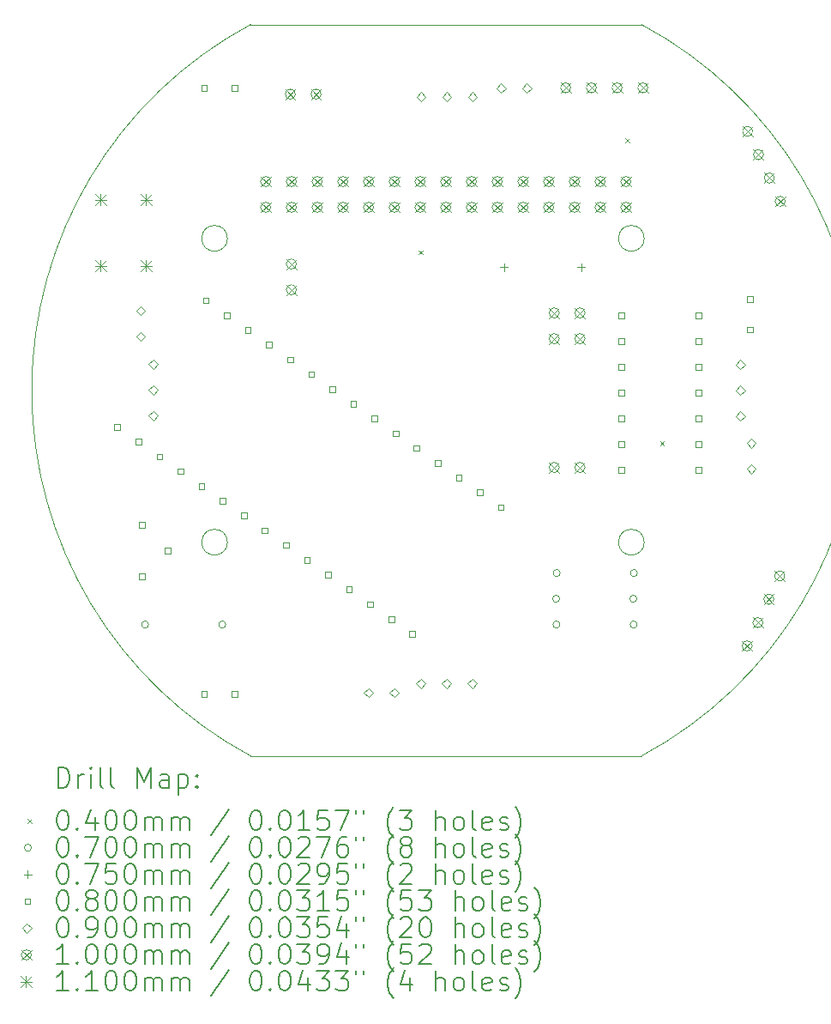
<source format=gbr>
%TF.GenerationSoftware,KiCad,Pcbnew,7.0.5-7.0.5~ubuntu20.04.1*%
%TF.CreationDate,2023-09-13T16:29:32+01:00*%
%TF.ProjectId,Swarm-B_20230626,53776172-6d2d-4425-9f32-303233303632,rev?*%
%TF.SameCoordinates,Original*%
%TF.FileFunction,Drillmap*%
%TF.FilePolarity,Positive*%
%FSLAX45Y45*%
G04 Gerber Fmt 4.5, Leading zero omitted, Abs format (unit mm)*
G04 Created by KiCad (PCBNEW 7.0.5-7.0.5~ubuntu20.04.1) date 2023-09-13 16:29:32*
%MOMM*%
%LPD*%
G01*
G04 APERTURE LIST*
%ADD10C,0.120000*%
%ADD11C,0.050000*%
%ADD12C,0.200000*%
%ADD13C,0.040000*%
%ADD14C,0.070000*%
%ADD15C,0.075000*%
%ADD16C,0.080000*%
%ADD17C,0.090000*%
%ADD18C,0.100000*%
%ADD19C,0.110000*%
G04 APERTURE END LIST*
D10*
X9728200Y-7924800D02*
G75*
G03*
X9728200Y-7924800I-127000J0D01*
G01*
D11*
X9956800Y-5816600D02*
X13817600Y-5816600D01*
D10*
X13843000Y-10922000D02*
G75*
G03*
X13843000Y-10922000I-127000J0D01*
G01*
D11*
X9956800Y-5816600D02*
G75*
G03*
X9956800Y-13030200I1930400J-3606800D01*
G01*
D10*
X9728200Y-10922000D02*
G75*
G03*
X9728200Y-10922000I-127000J0D01*
G01*
D11*
X13817600Y-13030200D02*
X9956800Y-13030200D01*
D10*
X13843000Y-7924800D02*
G75*
G03*
X13843000Y-7924800I-127000J0D01*
G01*
D11*
X13817600Y-13030200D02*
G75*
G03*
X13817600Y-5816600I-1930400J3606800D01*
G01*
D12*
D13*
X11617900Y-8042500D02*
X11657900Y-8082500D01*
X11657900Y-8042500D02*
X11617900Y-8082500D01*
X13657900Y-6940000D02*
X13697900Y-6980000D01*
X13697900Y-6940000D02*
X13657900Y-6980000D01*
X13997900Y-9927500D02*
X14037900Y-9967500D01*
X14037900Y-9927500D02*
X13997900Y-9967500D01*
D14*
X8950400Y-11734800D02*
G75*
G03*
X8950400Y-11734800I-35000J0D01*
G01*
X9712400Y-11734800D02*
G75*
G03*
X9712400Y-11734800I-35000J0D01*
G01*
X13007400Y-11480800D02*
G75*
G03*
X13007400Y-11480800I-35000J0D01*
G01*
X13011400Y-11734800D02*
G75*
G03*
X13011400Y-11734800I-35000J0D01*
G01*
X13014400Y-11226800D02*
G75*
G03*
X13014400Y-11226800I-35000J0D01*
G01*
X13769400Y-11480800D02*
G75*
G03*
X13769400Y-11480800I-35000J0D01*
G01*
X13773400Y-11734800D02*
G75*
G03*
X13773400Y-11734800I-35000J0D01*
G01*
X13776400Y-11226800D02*
G75*
G03*
X13776400Y-11226800I-35000J0D01*
G01*
D15*
X12458900Y-8173500D02*
X12458900Y-8248500D01*
X12421400Y-8211000D02*
X12496400Y-8211000D01*
X13220900Y-8173500D02*
X13220900Y-8248500D01*
X13183400Y-8211000D02*
X13258400Y-8211000D01*
D16*
X8668974Y-9814512D02*
X8668974Y-9757943D01*
X8612405Y-9757943D01*
X8612405Y-9814512D01*
X8668974Y-9814512D01*
X8877038Y-9960200D02*
X8877038Y-9903631D01*
X8820469Y-9903631D01*
X8820469Y-9960200D01*
X8877038Y-9960200D01*
X8910185Y-10779085D02*
X8910185Y-10722516D01*
X8853616Y-10722516D01*
X8853616Y-10779085D01*
X8910185Y-10779085D01*
X8910185Y-11287084D02*
X8910185Y-11230515D01*
X8853616Y-11230515D01*
X8853616Y-11287084D01*
X8910185Y-11287084D01*
X9085103Y-10105889D02*
X9085103Y-10049320D01*
X9028534Y-10049320D01*
X9028534Y-10105889D01*
X9085103Y-10105889D01*
X9164185Y-11033085D02*
X9164185Y-10976516D01*
X9107616Y-10976516D01*
X9107616Y-11033085D01*
X9164185Y-11033085D01*
X9293168Y-10251577D02*
X9293168Y-10195008D01*
X9236599Y-10195008D01*
X9236599Y-10251577D01*
X9293168Y-10251577D01*
X9501232Y-10397266D02*
X9501232Y-10340697D01*
X9444663Y-10340697D01*
X9444663Y-10397266D01*
X9501232Y-10397266D01*
X9525685Y-12449084D02*
X9525685Y-12392515D01*
X9469116Y-12392515D01*
X9469116Y-12449084D01*
X9525685Y-12449084D01*
X9526185Y-6473084D02*
X9526185Y-6416515D01*
X9469616Y-6416515D01*
X9469616Y-6473084D01*
X9526185Y-6473084D01*
X9543104Y-8566124D02*
X9543104Y-8509555D01*
X9486535Y-8509555D01*
X9486535Y-8566124D01*
X9543104Y-8566124D01*
X9709297Y-10542954D02*
X9709297Y-10486385D01*
X9652728Y-10486385D01*
X9652728Y-10542954D01*
X9709297Y-10542954D01*
X9751169Y-8711813D02*
X9751169Y-8655244D01*
X9694600Y-8655244D01*
X9694600Y-8711813D01*
X9751169Y-8711813D01*
X9825685Y-12449084D02*
X9825685Y-12392515D01*
X9769116Y-12392515D01*
X9769116Y-12449084D01*
X9825685Y-12449084D01*
X9826185Y-6473084D02*
X9826185Y-6416515D01*
X9769616Y-6416515D01*
X9769616Y-6473084D01*
X9826185Y-6473084D01*
X9917361Y-10688642D02*
X9917361Y-10632073D01*
X9860792Y-10632073D01*
X9860792Y-10688642D01*
X9917361Y-10688642D01*
X9959233Y-8857501D02*
X9959233Y-8800932D01*
X9902664Y-8800932D01*
X9902664Y-8857501D01*
X9959233Y-8857501D01*
X10125426Y-10834331D02*
X10125426Y-10777762D01*
X10068857Y-10777762D01*
X10068857Y-10834331D01*
X10125426Y-10834331D01*
X10167298Y-9003189D02*
X10167298Y-8946620D01*
X10110729Y-8946620D01*
X10110729Y-9003189D01*
X10167298Y-9003189D01*
X10333491Y-10980019D02*
X10333491Y-10923450D01*
X10276922Y-10923450D01*
X10276922Y-10980019D01*
X10333491Y-10980019D01*
X10375363Y-9148878D02*
X10375363Y-9092309D01*
X10318794Y-9092309D01*
X10318794Y-9148878D01*
X10375363Y-9148878D01*
X10541555Y-11125708D02*
X10541555Y-11069139D01*
X10484986Y-11069139D01*
X10484986Y-11125708D01*
X10541555Y-11125708D01*
X10583427Y-9294566D02*
X10583427Y-9237997D01*
X10526858Y-9237997D01*
X10526858Y-9294566D01*
X10583427Y-9294566D01*
X10749620Y-11271396D02*
X10749620Y-11214827D01*
X10693051Y-11214827D01*
X10693051Y-11271396D01*
X10749620Y-11271396D01*
X10791492Y-9440255D02*
X10791492Y-9383686D01*
X10734923Y-9383686D01*
X10734923Y-9440255D01*
X10791492Y-9440255D01*
X10957685Y-11417084D02*
X10957685Y-11360515D01*
X10901116Y-11360515D01*
X10901116Y-11417084D01*
X10957685Y-11417084D01*
X10999557Y-9585943D02*
X10999557Y-9529374D01*
X10942988Y-9529374D01*
X10942988Y-9585943D01*
X10999557Y-9585943D01*
X11165749Y-11562773D02*
X11165749Y-11506204D01*
X11109180Y-11506204D01*
X11109180Y-11562773D01*
X11165749Y-11562773D01*
X11207621Y-9731632D02*
X11207621Y-9675063D01*
X11151052Y-9675063D01*
X11151052Y-9731632D01*
X11207621Y-9731632D01*
X11373814Y-11708461D02*
X11373814Y-11651892D01*
X11317245Y-11651892D01*
X11317245Y-11708461D01*
X11373814Y-11708461D01*
X11415686Y-9877320D02*
X11415686Y-9820751D01*
X11359117Y-9820751D01*
X11359117Y-9877320D01*
X11415686Y-9877320D01*
X11581878Y-11854150D02*
X11581878Y-11797581D01*
X11525309Y-11797581D01*
X11525309Y-11854150D01*
X11581878Y-11854150D01*
X11623750Y-10023008D02*
X11623750Y-9966439D01*
X11567181Y-9966439D01*
X11567181Y-10023008D01*
X11623750Y-10023008D01*
X11831815Y-10168697D02*
X11831815Y-10112128D01*
X11775246Y-10112128D01*
X11775246Y-10168697D01*
X11831815Y-10168697D01*
X12039880Y-10314385D02*
X12039880Y-10257816D01*
X11983311Y-10257816D01*
X11983311Y-10314385D01*
X12039880Y-10314385D01*
X12247944Y-10460074D02*
X12247944Y-10403505D01*
X12191375Y-10403505D01*
X12191375Y-10460074D01*
X12247944Y-10460074D01*
X12456009Y-10605762D02*
X12456009Y-10549193D01*
X12399440Y-10549193D01*
X12399440Y-10605762D01*
X12456009Y-10605762D01*
X13642684Y-8715085D02*
X13642684Y-8658516D01*
X13586115Y-8658516D01*
X13586115Y-8715085D01*
X13642684Y-8715085D01*
X13642684Y-8969085D02*
X13642684Y-8912516D01*
X13586115Y-8912516D01*
X13586115Y-8969085D01*
X13642684Y-8969085D01*
X13642684Y-9223085D02*
X13642684Y-9166516D01*
X13586115Y-9166516D01*
X13586115Y-9223085D01*
X13642684Y-9223085D01*
X13642684Y-9477085D02*
X13642684Y-9420516D01*
X13586115Y-9420516D01*
X13586115Y-9477085D01*
X13642684Y-9477085D01*
X13642684Y-9731085D02*
X13642684Y-9674516D01*
X13586115Y-9674516D01*
X13586115Y-9731085D01*
X13642684Y-9731085D01*
X13642684Y-9985085D02*
X13642684Y-9928516D01*
X13586115Y-9928516D01*
X13586115Y-9985085D01*
X13642684Y-9985085D01*
X13642684Y-10239085D02*
X13642684Y-10182516D01*
X13586115Y-10182516D01*
X13586115Y-10239085D01*
X13642684Y-10239085D01*
X14404684Y-8715085D02*
X14404684Y-8658516D01*
X14348115Y-8658516D01*
X14348115Y-8715085D01*
X14404684Y-8715085D01*
X14404684Y-8969085D02*
X14404684Y-8912516D01*
X14348115Y-8912516D01*
X14348115Y-8969085D01*
X14404684Y-8969085D01*
X14404684Y-9223085D02*
X14404684Y-9166516D01*
X14348115Y-9166516D01*
X14348115Y-9223085D01*
X14404684Y-9223085D01*
X14404684Y-9477085D02*
X14404684Y-9420516D01*
X14348115Y-9420516D01*
X14348115Y-9477085D01*
X14404684Y-9477085D01*
X14404684Y-9731085D02*
X14404684Y-9674516D01*
X14348115Y-9674516D01*
X14348115Y-9731085D01*
X14404684Y-9731085D01*
X14404684Y-9985085D02*
X14404684Y-9928516D01*
X14348115Y-9928516D01*
X14348115Y-9985085D01*
X14404684Y-9985085D01*
X14404684Y-10239085D02*
X14404684Y-10182516D01*
X14348115Y-10182516D01*
X14348115Y-10239085D01*
X14404684Y-10239085D01*
X14914684Y-8553085D02*
X14914684Y-8496516D01*
X14858115Y-8496516D01*
X14858115Y-8553085D01*
X14914684Y-8553085D01*
X14914684Y-8853085D02*
X14914684Y-8796516D01*
X14858115Y-8796516D01*
X14858115Y-8853085D01*
X14914684Y-8853085D01*
D17*
X8871400Y-8684800D02*
X8916400Y-8639800D01*
X8871400Y-8594800D01*
X8826400Y-8639800D01*
X8871400Y-8684800D01*
X8871400Y-8938800D02*
X8916400Y-8893800D01*
X8871400Y-8848800D01*
X8826400Y-8893800D01*
X8871400Y-8938800D01*
X8994400Y-9210800D02*
X9039400Y-9165800D01*
X8994400Y-9120800D01*
X8949400Y-9165800D01*
X8994400Y-9210800D01*
X8994400Y-9464800D02*
X9039400Y-9419800D01*
X8994400Y-9374800D01*
X8949400Y-9419800D01*
X8994400Y-9464800D01*
X8994400Y-9718800D02*
X9039400Y-9673800D01*
X8994400Y-9628800D01*
X8949400Y-9673800D01*
X8994400Y-9718800D01*
X11120400Y-12452800D02*
X11165400Y-12407800D01*
X11120400Y-12362800D01*
X11075400Y-12407800D01*
X11120400Y-12452800D01*
X11374400Y-12452800D02*
X11419400Y-12407800D01*
X11374400Y-12362800D01*
X11329400Y-12407800D01*
X11374400Y-12452800D01*
X11637400Y-12362300D02*
X11682400Y-12317300D01*
X11637400Y-12272300D01*
X11592400Y-12317300D01*
X11637400Y-12362300D01*
X11641400Y-6572300D02*
X11686400Y-6527300D01*
X11641400Y-6482300D01*
X11596400Y-6527300D01*
X11641400Y-6572300D01*
X11891400Y-12362300D02*
X11936400Y-12317300D01*
X11891400Y-12272300D01*
X11846400Y-12317300D01*
X11891400Y-12362300D01*
X11895400Y-6572300D02*
X11940400Y-6527300D01*
X11895400Y-6482300D01*
X11850400Y-6527300D01*
X11895400Y-6572300D01*
X12145400Y-12362300D02*
X12190400Y-12317300D01*
X12145400Y-12272300D01*
X12100400Y-12317300D01*
X12145400Y-12362300D01*
X12149400Y-6572300D02*
X12194400Y-6527300D01*
X12149400Y-6482300D01*
X12104400Y-6527300D01*
X12149400Y-6572300D01*
X12429400Y-6487800D02*
X12474400Y-6442800D01*
X12429400Y-6397800D01*
X12384400Y-6442800D01*
X12429400Y-6487800D01*
X12683400Y-6487800D02*
X12728400Y-6442800D01*
X12683400Y-6397800D01*
X12638400Y-6442800D01*
X12683400Y-6487800D01*
X14791400Y-9215800D02*
X14836400Y-9170800D01*
X14791400Y-9125800D01*
X14746400Y-9170800D01*
X14791400Y-9215800D01*
X14791400Y-9469800D02*
X14836400Y-9424800D01*
X14791400Y-9379800D01*
X14746400Y-9424800D01*
X14791400Y-9469800D01*
X14791400Y-9723800D02*
X14836400Y-9678800D01*
X14791400Y-9633800D01*
X14746400Y-9678800D01*
X14791400Y-9723800D01*
X14900400Y-9989800D02*
X14945400Y-9944800D01*
X14900400Y-9899800D01*
X14855400Y-9944800D01*
X14900400Y-9989800D01*
X14900400Y-10243800D02*
X14945400Y-10198800D01*
X14900400Y-10153800D01*
X14855400Y-10198800D01*
X14900400Y-10243800D01*
D18*
X10056400Y-7314800D02*
X10156400Y-7414800D01*
X10156400Y-7314800D02*
X10056400Y-7414800D01*
X10156400Y-7364800D02*
G75*
G03*
X10156400Y-7364800I-50000J0D01*
G01*
X10056400Y-7568800D02*
X10156400Y-7668800D01*
X10156400Y-7568800D02*
X10056400Y-7668800D01*
X10156400Y-7618800D02*
G75*
G03*
X10156400Y-7618800I-50000J0D01*
G01*
X10299200Y-6452400D02*
X10399200Y-6552400D01*
X10399200Y-6452400D02*
X10299200Y-6552400D01*
X10399200Y-6502400D02*
G75*
G03*
X10399200Y-6502400I-50000J0D01*
G01*
X10309400Y-8128800D02*
X10409400Y-8228800D01*
X10409400Y-8128800D02*
X10309400Y-8228800D01*
X10409400Y-8178800D02*
G75*
G03*
X10409400Y-8178800I-50000J0D01*
G01*
X10309400Y-8382800D02*
X10409400Y-8482800D01*
X10409400Y-8382800D02*
X10309400Y-8482800D01*
X10409400Y-8432800D02*
G75*
G03*
X10409400Y-8432800I-50000J0D01*
G01*
X10310400Y-7314800D02*
X10410400Y-7414800D01*
X10410400Y-7314800D02*
X10310400Y-7414800D01*
X10410400Y-7364800D02*
G75*
G03*
X10410400Y-7364800I-50000J0D01*
G01*
X10310400Y-7568800D02*
X10410400Y-7668800D01*
X10410400Y-7568800D02*
X10310400Y-7668800D01*
X10410400Y-7618800D02*
G75*
G03*
X10410400Y-7618800I-50000J0D01*
G01*
X10553200Y-6452400D02*
X10653200Y-6552400D01*
X10653200Y-6452400D02*
X10553200Y-6552400D01*
X10653200Y-6502400D02*
G75*
G03*
X10653200Y-6502400I-50000J0D01*
G01*
X10564400Y-7314800D02*
X10664400Y-7414800D01*
X10664400Y-7314800D02*
X10564400Y-7414800D01*
X10664400Y-7364800D02*
G75*
G03*
X10664400Y-7364800I-50000J0D01*
G01*
X10564400Y-7568800D02*
X10664400Y-7668800D01*
X10664400Y-7568800D02*
X10564400Y-7668800D01*
X10664400Y-7618800D02*
G75*
G03*
X10664400Y-7618800I-50000J0D01*
G01*
X10818400Y-7314800D02*
X10918400Y-7414800D01*
X10918400Y-7314800D02*
X10818400Y-7414800D01*
X10918400Y-7364800D02*
G75*
G03*
X10918400Y-7364800I-50000J0D01*
G01*
X10818400Y-7568800D02*
X10918400Y-7668800D01*
X10918400Y-7568800D02*
X10818400Y-7668800D01*
X10918400Y-7618800D02*
G75*
G03*
X10918400Y-7618800I-50000J0D01*
G01*
X11072400Y-7314800D02*
X11172400Y-7414800D01*
X11172400Y-7314800D02*
X11072400Y-7414800D01*
X11172400Y-7364800D02*
G75*
G03*
X11172400Y-7364800I-50000J0D01*
G01*
X11072400Y-7568800D02*
X11172400Y-7668800D01*
X11172400Y-7568800D02*
X11072400Y-7668800D01*
X11172400Y-7618800D02*
G75*
G03*
X11172400Y-7618800I-50000J0D01*
G01*
X11326400Y-7314800D02*
X11426400Y-7414800D01*
X11426400Y-7314800D02*
X11326400Y-7414800D01*
X11426400Y-7364800D02*
G75*
G03*
X11426400Y-7364800I-50000J0D01*
G01*
X11326400Y-7568800D02*
X11426400Y-7668800D01*
X11426400Y-7568800D02*
X11326400Y-7668800D01*
X11426400Y-7618800D02*
G75*
G03*
X11426400Y-7618800I-50000J0D01*
G01*
X11580400Y-7314800D02*
X11680400Y-7414800D01*
X11680400Y-7314800D02*
X11580400Y-7414800D01*
X11680400Y-7364800D02*
G75*
G03*
X11680400Y-7364800I-50000J0D01*
G01*
X11580400Y-7568800D02*
X11680400Y-7668800D01*
X11680400Y-7568800D02*
X11580400Y-7668800D01*
X11680400Y-7618800D02*
G75*
G03*
X11680400Y-7618800I-50000J0D01*
G01*
X11834400Y-7314800D02*
X11934400Y-7414800D01*
X11934400Y-7314800D02*
X11834400Y-7414800D01*
X11934400Y-7364800D02*
G75*
G03*
X11934400Y-7364800I-50000J0D01*
G01*
X11834400Y-7568800D02*
X11934400Y-7668800D01*
X11934400Y-7568800D02*
X11834400Y-7668800D01*
X11934400Y-7618800D02*
G75*
G03*
X11934400Y-7618800I-50000J0D01*
G01*
X12088400Y-7314800D02*
X12188400Y-7414800D01*
X12188400Y-7314800D02*
X12088400Y-7414800D01*
X12188400Y-7364800D02*
G75*
G03*
X12188400Y-7364800I-50000J0D01*
G01*
X12088400Y-7568800D02*
X12188400Y-7668800D01*
X12188400Y-7568800D02*
X12088400Y-7668800D01*
X12188400Y-7618800D02*
G75*
G03*
X12188400Y-7618800I-50000J0D01*
G01*
X12342400Y-7314800D02*
X12442400Y-7414800D01*
X12442400Y-7314800D02*
X12342400Y-7414800D01*
X12442400Y-7364800D02*
G75*
G03*
X12442400Y-7364800I-50000J0D01*
G01*
X12342400Y-7568800D02*
X12442400Y-7668800D01*
X12442400Y-7568800D02*
X12342400Y-7668800D01*
X12442400Y-7618800D02*
G75*
G03*
X12442400Y-7618800I-50000J0D01*
G01*
X12596400Y-7314800D02*
X12696400Y-7414800D01*
X12696400Y-7314800D02*
X12596400Y-7414800D01*
X12696400Y-7364800D02*
G75*
G03*
X12696400Y-7364800I-50000J0D01*
G01*
X12596400Y-7568800D02*
X12696400Y-7668800D01*
X12696400Y-7568800D02*
X12596400Y-7668800D01*
X12696400Y-7618800D02*
G75*
G03*
X12696400Y-7618800I-50000J0D01*
G01*
X12850400Y-7314800D02*
X12950400Y-7414800D01*
X12950400Y-7314800D02*
X12850400Y-7414800D01*
X12950400Y-7364800D02*
G75*
G03*
X12950400Y-7364800I-50000J0D01*
G01*
X12850400Y-7568800D02*
X12950400Y-7668800D01*
X12950400Y-7568800D02*
X12850400Y-7668800D01*
X12950400Y-7618800D02*
G75*
G03*
X12950400Y-7618800I-50000J0D01*
G01*
X12904000Y-8611400D02*
X13004000Y-8711400D01*
X13004000Y-8611400D02*
X12904000Y-8711400D01*
X13004000Y-8661400D02*
G75*
G03*
X13004000Y-8661400I-50000J0D01*
G01*
X12904000Y-8865400D02*
X13004000Y-8965400D01*
X13004000Y-8865400D02*
X12904000Y-8965400D01*
X13004000Y-8915400D02*
G75*
G03*
X13004000Y-8915400I-50000J0D01*
G01*
X12904000Y-10135400D02*
X13004000Y-10235400D01*
X13004000Y-10135400D02*
X12904000Y-10235400D01*
X13004000Y-10185400D02*
G75*
G03*
X13004000Y-10185400I-50000J0D01*
G01*
X13017400Y-6390000D02*
X13117400Y-6490000D01*
X13117400Y-6390000D02*
X13017400Y-6490000D01*
X13117400Y-6440000D02*
G75*
G03*
X13117400Y-6440000I-50000J0D01*
G01*
X13104400Y-7314800D02*
X13204400Y-7414800D01*
X13204400Y-7314800D02*
X13104400Y-7414800D01*
X13204400Y-7364800D02*
G75*
G03*
X13204400Y-7364800I-50000J0D01*
G01*
X13104400Y-7568800D02*
X13204400Y-7668800D01*
X13204400Y-7568800D02*
X13104400Y-7668800D01*
X13204400Y-7618800D02*
G75*
G03*
X13204400Y-7618800I-50000J0D01*
G01*
X13158000Y-8611400D02*
X13258000Y-8711400D01*
X13258000Y-8611400D02*
X13158000Y-8711400D01*
X13258000Y-8661400D02*
G75*
G03*
X13258000Y-8661400I-50000J0D01*
G01*
X13158000Y-8865400D02*
X13258000Y-8965400D01*
X13258000Y-8865400D02*
X13158000Y-8965400D01*
X13258000Y-8915400D02*
G75*
G03*
X13258000Y-8915400I-50000J0D01*
G01*
X13158000Y-10135400D02*
X13258000Y-10235400D01*
X13258000Y-10135400D02*
X13158000Y-10235400D01*
X13258000Y-10185400D02*
G75*
G03*
X13258000Y-10185400I-50000J0D01*
G01*
X13271400Y-6390000D02*
X13371400Y-6490000D01*
X13371400Y-6390000D02*
X13271400Y-6490000D01*
X13371400Y-6440000D02*
G75*
G03*
X13371400Y-6440000I-50000J0D01*
G01*
X13358400Y-7314800D02*
X13458400Y-7414800D01*
X13458400Y-7314800D02*
X13358400Y-7414800D01*
X13458400Y-7364800D02*
G75*
G03*
X13458400Y-7364800I-50000J0D01*
G01*
X13358400Y-7568800D02*
X13458400Y-7668800D01*
X13458400Y-7568800D02*
X13358400Y-7668800D01*
X13458400Y-7618800D02*
G75*
G03*
X13458400Y-7618800I-50000J0D01*
G01*
X13525400Y-6390000D02*
X13625400Y-6490000D01*
X13625400Y-6390000D02*
X13525400Y-6490000D01*
X13625400Y-6440000D02*
G75*
G03*
X13625400Y-6440000I-50000J0D01*
G01*
X13612400Y-7314800D02*
X13712400Y-7414800D01*
X13712400Y-7314800D02*
X13612400Y-7414800D01*
X13712400Y-7364800D02*
G75*
G03*
X13712400Y-7364800I-50000J0D01*
G01*
X13612400Y-7568800D02*
X13712400Y-7668800D01*
X13712400Y-7568800D02*
X13612400Y-7668800D01*
X13712400Y-7618800D02*
G75*
G03*
X13712400Y-7618800I-50000J0D01*
G01*
X13779400Y-6390000D02*
X13879400Y-6490000D01*
X13879400Y-6390000D02*
X13779400Y-6490000D01*
X13879400Y-6440000D02*
G75*
G03*
X13879400Y-6440000I-50000J0D01*
G01*
X14808365Y-11895606D02*
X14908365Y-11995606D01*
X14908365Y-11895606D02*
X14808365Y-11995606D01*
X14908365Y-11945606D02*
G75*
G03*
X14908365Y-11945606I-50000J0D01*
G01*
X14813365Y-6819393D02*
X14913365Y-6919393D01*
X14913365Y-6819393D02*
X14813365Y-6919393D01*
X14913365Y-6869393D02*
G75*
G03*
X14913365Y-6869393I-50000J0D01*
G01*
X14915710Y-11665404D02*
X15015710Y-11765404D01*
X15015710Y-11665404D02*
X14915710Y-11765404D01*
X15015710Y-11715404D02*
G75*
G03*
X15015710Y-11715404I-50000J0D01*
G01*
X14920710Y-7049596D02*
X15020710Y-7149596D01*
X15020710Y-7049596D02*
X14920710Y-7149596D01*
X15020710Y-7099596D02*
G75*
G03*
X15020710Y-7099596I-50000J0D01*
G01*
X15023055Y-11435202D02*
X15123055Y-11535202D01*
X15123055Y-11435202D02*
X15023055Y-11535202D01*
X15123055Y-11485202D02*
G75*
G03*
X15123055Y-11485202I-50000J0D01*
G01*
X15028055Y-7279798D02*
X15128055Y-7379798D01*
X15128055Y-7279798D02*
X15028055Y-7379798D01*
X15128055Y-7329798D02*
G75*
G03*
X15128055Y-7329798I-50000J0D01*
G01*
X15130400Y-11205000D02*
X15230400Y-11305000D01*
X15230400Y-11205000D02*
X15130400Y-11305000D01*
X15230400Y-11255000D02*
G75*
G03*
X15230400Y-11255000I-50000J0D01*
G01*
X15135400Y-7510000D02*
X15235400Y-7610000D01*
X15235400Y-7510000D02*
X15135400Y-7610000D01*
X15235400Y-7560000D02*
G75*
G03*
X15235400Y-7560000I-50000J0D01*
G01*
D19*
X8420400Y-7490800D02*
X8530400Y-7600800D01*
X8530400Y-7490800D02*
X8420400Y-7600800D01*
X8475400Y-7490800D02*
X8475400Y-7600800D01*
X8420400Y-7545800D02*
X8530400Y-7545800D01*
X8420400Y-8140800D02*
X8530400Y-8250800D01*
X8530400Y-8140800D02*
X8420400Y-8250800D01*
X8475400Y-8140800D02*
X8475400Y-8250800D01*
X8420400Y-8195800D02*
X8530400Y-8195800D01*
X8870400Y-7490800D02*
X8980400Y-7600800D01*
X8980400Y-7490800D02*
X8870400Y-7600800D01*
X8925400Y-7490800D02*
X8925400Y-7600800D01*
X8870400Y-7545800D02*
X8980400Y-7545800D01*
X8870400Y-8140800D02*
X8980400Y-8250800D01*
X8980400Y-8140800D02*
X8870400Y-8250800D01*
X8925400Y-8140800D02*
X8925400Y-8250800D01*
X8870400Y-8195800D02*
X8980400Y-8195800D01*
D12*
X8054578Y-13344184D02*
X8054578Y-13144184D01*
X8054578Y-13144184D02*
X8102197Y-13144184D01*
X8102197Y-13144184D02*
X8130769Y-13153707D01*
X8130769Y-13153707D02*
X8149816Y-13172755D01*
X8149816Y-13172755D02*
X8159340Y-13191803D01*
X8159340Y-13191803D02*
X8168864Y-13229898D01*
X8168864Y-13229898D02*
X8168864Y-13258469D01*
X8168864Y-13258469D02*
X8159340Y-13296565D01*
X8159340Y-13296565D02*
X8149816Y-13315612D01*
X8149816Y-13315612D02*
X8130769Y-13334660D01*
X8130769Y-13334660D02*
X8102197Y-13344184D01*
X8102197Y-13344184D02*
X8054578Y-13344184D01*
X8254578Y-13344184D02*
X8254578Y-13210850D01*
X8254578Y-13248946D02*
X8264102Y-13229898D01*
X8264102Y-13229898D02*
X8273626Y-13220374D01*
X8273626Y-13220374D02*
X8292674Y-13210850D01*
X8292674Y-13210850D02*
X8311721Y-13210850D01*
X8378388Y-13344184D02*
X8378388Y-13210850D01*
X8378388Y-13144184D02*
X8368864Y-13153707D01*
X8368864Y-13153707D02*
X8378388Y-13163231D01*
X8378388Y-13163231D02*
X8387912Y-13153707D01*
X8387912Y-13153707D02*
X8378388Y-13144184D01*
X8378388Y-13144184D02*
X8378388Y-13163231D01*
X8502197Y-13344184D02*
X8483150Y-13334660D01*
X8483150Y-13334660D02*
X8473626Y-13315612D01*
X8473626Y-13315612D02*
X8473626Y-13144184D01*
X8606959Y-13344184D02*
X8587912Y-13334660D01*
X8587912Y-13334660D02*
X8578388Y-13315612D01*
X8578388Y-13315612D02*
X8578388Y-13144184D01*
X8835531Y-13344184D02*
X8835531Y-13144184D01*
X8835531Y-13144184D02*
X8902198Y-13287041D01*
X8902198Y-13287041D02*
X8968864Y-13144184D01*
X8968864Y-13144184D02*
X8968864Y-13344184D01*
X9149817Y-13344184D02*
X9149817Y-13239422D01*
X9149817Y-13239422D02*
X9140293Y-13220374D01*
X9140293Y-13220374D02*
X9121245Y-13210850D01*
X9121245Y-13210850D02*
X9083150Y-13210850D01*
X9083150Y-13210850D02*
X9064102Y-13220374D01*
X9149817Y-13334660D02*
X9130769Y-13344184D01*
X9130769Y-13344184D02*
X9083150Y-13344184D01*
X9083150Y-13344184D02*
X9064102Y-13334660D01*
X9064102Y-13334660D02*
X9054578Y-13315612D01*
X9054578Y-13315612D02*
X9054578Y-13296565D01*
X9054578Y-13296565D02*
X9064102Y-13277517D01*
X9064102Y-13277517D02*
X9083150Y-13267993D01*
X9083150Y-13267993D02*
X9130769Y-13267993D01*
X9130769Y-13267993D02*
X9149817Y-13258469D01*
X9245055Y-13210850D02*
X9245055Y-13410850D01*
X9245055Y-13220374D02*
X9264102Y-13210850D01*
X9264102Y-13210850D02*
X9302198Y-13210850D01*
X9302198Y-13210850D02*
X9321245Y-13220374D01*
X9321245Y-13220374D02*
X9330769Y-13229898D01*
X9330769Y-13229898D02*
X9340293Y-13248946D01*
X9340293Y-13248946D02*
X9340293Y-13306088D01*
X9340293Y-13306088D02*
X9330769Y-13325136D01*
X9330769Y-13325136D02*
X9321245Y-13334660D01*
X9321245Y-13334660D02*
X9302198Y-13344184D01*
X9302198Y-13344184D02*
X9264102Y-13344184D01*
X9264102Y-13344184D02*
X9245055Y-13334660D01*
X9426007Y-13325136D02*
X9435531Y-13334660D01*
X9435531Y-13334660D02*
X9426007Y-13344184D01*
X9426007Y-13344184D02*
X9416483Y-13334660D01*
X9416483Y-13334660D02*
X9426007Y-13325136D01*
X9426007Y-13325136D02*
X9426007Y-13344184D01*
X9426007Y-13220374D02*
X9435531Y-13229898D01*
X9435531Y-13229898D02*
X9426007Y-13239422D01*
X9426007Y-13239422D02*
X9416483Y-13229898D01*
X9416483Y-13229898D02*
X9426007Y-13220374D01*
X9426007Y-13220374D02*
X9426007Y-13239422D01*
D13*
X7753802Y-13652700D02*
X7793802Y-13692700D01*
X7793802Y-13652700D02*
X7753802Y-13692700D01*
D12*
X8092674Y-13564184D02*
X8111721Y-13564184D01*
X8111721Y-13564184D02*
X8130769Y-13573707D01*
X8130769Y-13573707D02*
X8140293Y-13583231D01*
X8140293Y-13583231D02*
X8149816Y-13602279D01*
X8149816Y-13602279D02*
X8159340Y-13640374D01*
X8159340Y-13640374D02*
X8159340Y-13687993D01*
X8159340Y-13687993D02*
X8149816Y-13726088D01*
X8149816Y-13726088D02*
X8140293Y-13745136D01*
X8140293Y-13745136D02*
X8130769Y-13754660D01*
X8130769Y-13754660D02*
X8111721Y-13764184D01*
X8111721Y-13764184D02*
X8092674Y-13764184D01*
X8092674Y-13764184D02*
X8073626Y-13754660D01*
X8073626Y-13754660D02*
X8064102Y-13745136D01*
X8064102Y-13745136D02*
X8054578Y-13726088D01*
X8054578Y-13726088D02*
X8045055Y-13687993D01*
X8045055Y-13687993D02*
X8045055Y-13640374D01*
X8045055Y-13640374D02*
X8054578Y-13602279D01*
X8054578Y-13602279D02*
X8064102Y-13583231D01*
X8064102Y-13583231D02*
X8073626Y-13573707D01*
X8073626Y-13573707D02*
X8092674Y-13564184D01*
X8245055Y-13745136D02*
X8254578Y-13754660D01*
X8254578Y-13754660D02*
X8245055Y-13764184D01*
X8245055Y-13764184D02*
X8235531Y-13754660D01*
X8235531Y-13754660D02*
X8245055Y-13745136D01*
X8245055Y-13745136D02*
X8245055Y-13764184D01*
X8426007Y-13630850D02*
X8426007Y-13764184D01*
X8378388Y-13554660D02*
X8330769Y-13697517D01*
X8330769Y-13697517D02*
X8454578Y-13697517D01*
X8568864Y-13564184D02*
X8587912Y-13564184D01*
X8587912Y-13564184D02*
X8606959Y-13573707D01*
X8606959Y-13573707D02*
X8616483Y-13583231D01*
X8616483Y-13583231D02*
X8626007Y-13602279D01*
X8626007Y-13602279D02*
X8635531Y-13640374D01*
X8635531Y-13640374D02*
X8635531Y-13687993D01*
X8635531Y-13687993D02*
X8626007Y-13726088D01*
X8626007Y-13726088D02*
X8616483Y-13745136D01*
X8616483Y-13745136D02*
X8606959Y-13754660D01*
X8606959Y-13754660D02*
X8587912Y-13764184D01*
X8587912Y-13764184D02*
X8568864Y-13764184D01*
X8568864Y-13764184D02*
X8549817Y-13754660D01*
X8549817Y-13754660D02*
X8540293Y-13745136D01*
X8540293Y-13745136D02*
X8530769Y-13726088D01*
X8530769Y-13726088D02*
X8521245Y-13687993D01*
X8521245Y-13687993D02*
X8521245Y-13640374D01*
X8521245Y-13640374D02*
X8530769Y-13602279D01*
X8530769Y-13602279D02*
X8540293Y-13583231D01*
X8540293Y-13583231D02*
X8549817Y-13573707D01*
X8549817Y-13573707D02*
X8568864Y-13564184D01*
X8759340Y-13564184D02*
X8778388Y-13564184D01*
X8778388Y-13564184D02*
X8797436Y-13573707D01*
X8797436Y-13573707D02*
X8806959Y-13583231D01*
X8806959Y-13583231D02*
X8816483Y-13602279D01*
X8816483Y-13602279D02*
X8826007Y-13640374D01*
X8826007Y-13640374D02*
X8826007Y-13687993D01*
X8826007Y-13687993D02*
X8816483Y-13726088D01*
X8816483Y-13726088D02*
X8806959Y-13745136D01*
X8806959Y-13745136D02*
X8797436Y-13754660D01*
X8797436Y-13754660D02*
X8778388Y-13764184D01*
X8778388Y-13764184D02*
X8759340Y-13764184D01*
X8759340Y-13764184D02*
X8740293Y-13754660D01*
X8740293Y-13754660D02*
X8730769Y-13745136D01*
X8730769Y-13745136D02*
X8721245Y-13726088D01*
X8721245Y-13726088D02*
X8711721Y-13687993D01*
X8711721Y-13687993D02*
X8711721Y-13640374D01*
X8711721Y-13640374D02*
X8721245Y-13602279D01*
X8721245Y-13602279D02*
X8730769Y-13583231D01*
X8730769Y-13583231D02*
X8740293Y-13573707D01*
X8740293Y-13573707D02*
X8759340Y-13564184D01*
X8911721Y-13764184D02*
X8911721Y-13630850D01*
X8911721Y-13649898D02*
X8921245Y-13640374D01*
X8921245Y-13640374D02*
X8940293Y-13630850D01*
X8940293Y-13630850D02*
X8968864Y-13630850D01*
X8968864Y-13630850D02*
X8987912Y-13640374D01*
X8987912Y-13640374D02*
X8997436Y-13659422D01*
X8997436Y-13659422D02*
X8997436Y-13764184D01*
X8997436Y-13659422D02*
X9006959Y-13640374D01*
X9006959Y-13640374D02*
X9026007Y-13630850D01*
X9026007Y-13630850D02*
X9054578Y-13630850D01*
X9054578Y-13630850D02*
X9073626Y-13640374D01*
X9073626Y-13640374D02*
X9083150Y-13659422D01*
X9083150Y-13659422D02*
X9083150Y-13764184D01*
X9178388Y-13764184D02*
X9178388Y-13630850D01*
X9178388Y-13649898D02*
X9187912Y-13640374D01*
X9187912Y-13640374D02*
X9206959Y-13630850D01*
X9206959Y-13630850D02*
X9235531Y-13630850D01*
X9235531Y-13630850D02*
X9254579Y-13640374D01*
X9254579Y-13640374D02*
X9264102Y-13659422D01*
X9264102Y-13659422D02*
X9264102Y-13764184D01*
X9264102Y-13659422D02*
X9273626Y-13640374D01*
X9273626Y-13640374D02*
X9292674Y-13630850D01*
X9292674Y-13630850D02*
X9321245Y-13630850D01*
X9321245Y-13630850D02*
X9340293Y-13640374D01*
X9340293Y-13640374D02*
X9349817Y-13659422D01*
X9349817Y-13659422D02*
X9349817Y-13764184D01*
X9740293Y-13554660D02*
X9568864Y-13811803D01*
X9997436Y-13564184D02*
X10016483Y-13564184D01*
X10016483Y-13564184D02*
X10035531Y-13573707D01*
X10035531Y-13573707D02*
X10045055Y-13583231D01*
X10045055Y-13583231D02*
X10054579Y-13602279D01*
X10054579Y-13602279D02*
X10064102Y-13640374D01*
X10064102Y-13640374D02*
X10064102Y-13687993D01*
X10064102Y-13687993D02*
X10054579Y-13726088D01*
X10054579Y-13726088D02*
X10045055Y-13745136D01*
X10045055Y-13745136D02*
X10035531Y-13754660D01*
X10035531Y-13754660D02*
X10016483Y-13764184D01*
X10016483Y-13764184D02*
X9997436Y-13764184D01*
X9997436Y-13764184D02*
X9978388Y-13754660D01*
X9978388Y-13754660D02*
X9968864Y-13745136D01*
X9968864Y-13745136D02*
X9959341Y-13726088D01*
X9959341Y-13726088D02*
X9949817Y-13687993D01*
X9949817Y-13687993D02*
X9949817Y-13640374D01*
X9949817Y-13640374D02*
X9959341Y-13602279D01*
X9959341Y-13602279D02*
X9968864Y-13583231D01*
X9968864Y-13583231D02*
X9978388Y-13573707D01*
X9978388Y-13573707D02*
X9997436Y-13564184D01*
X10149817Y-13745136D02*
X10159341Y-13754660D01*
X10159341Y-13754660D02*
X10149817Y-13764184D01*
X10149817Y-13764184D02*
X10140293Y-13754660D01*
X10140293Y-13754660D02*
X10149817Y-13745136D01*
X10149817Y-13745136D02*
X10149817Y-13764184D01*
X10283150Y-13564184D02*
X10302198Y-13564184D01*
X10302198Y-13564184D02*
X10321245Y-13573707D01*
X10321245Y-13573707D02*
X10330769Y-13583231D01*
X10330769Y-13583231D02*
X10340293Y-13602279D01*
X10340293Y-13602279D02*
X10349817Y-13640374D01*
X10349817Y-13640374D02*
X10349817Y-13687993D01*
X10349817Y-13687993D02*
X10340293Y-13726088D01*
X10340293Y-13726088D02*
X10330769Y-13745136D01*
X10330769Y-13745136D02*
X10321245Y-13754660D01*
X10321245Y-13754660D02*
X10302198Y-13764184D01*
X10302198Y-13764184D02*
X10283150Y-13764184D01*
X10283150Y-13764184D02*
X10264102Y-13754660D01*
X10264102Y-13754660D02*
X10254579Y-13745136D01*
X10254579Y-13745136D02*
X10245055Y-13726088D01*
X10245055Y-13726088D02*
X10235531Y-13687993D01*
X10235531Y-13687993D02*
X10235531Y-13640374D01*
X10235531Y-13640374D02*
X10245055Y-13602279D01*
X10245055Y-13602279D02*
X10254579Y-13583231D01*
X10254579Y-13583231D02*
X10264102Y-13573707D01*
X10264102Y-13573707D02*
X10283150Y-13564184D01*
X10540293Y-13764184D02*
X10426007Y-13764184D01*
X10483150Y-13764184D02*
X10483150Y-13564184D01*
X10483150Y-13564184D02*
X10464102Y-13592755D01*
X10464102Y-13592755D02*
X10445055Y-13611803D01*
X10445055Y-13611803D02*
X10426007Y-13621326D01*
X10721245Y-13564184D02*
X10626007Y-13564184D01*
X10626007Y-13564184D02*
X10616483Y-13659422D01*
X10616483Y-13659422D02*
X10626007Y-13649898D01*
X10626007Y-13649898D02*
X10645055Y-13640374D01*
X10645055Y-13640374D02*
X10692674Y-13640374D01*
X10692674Y-13640374D02*
X10711722Y-13649898D01*
X10711722Y-13649898D02*
X10721245Y-13659422D01*
X10721245Y-13659422D02*
X10730769Y-13678469D01*
X10730769Y-13678469D02*
X10730769Y-13726088D01*
X10730769Y-13726088D02*
X10721245Y-13745136D01*
X10721245Y-13745136D02*
X10711722Y-13754660D01*
X10711722Y-13754660D02*
X10692674Y-13764184D01*
X10692674Y-13764184D02*
X10645055Y-13764184D01*
X10645055Y-13764184D02*
X10626007Y-13754660D01*
X10626007Y-13754660D02*
X10616483Y-13745136D01*
X10797436Y-13564184D02*
X10930769Y-13564184D01*
X10930769Y-13564184D02*
X10845055Y-13764184D01*
X10997436Y-13564184D02*
X10997436Y-13602279D01*
X11073626Y-13564184D02*
X11073626Y-13602279D01*
X11368864Y-13840374D02*
X11359341Y-13830850D01*
X11359341Y-13830850D02*
X11340293Y-13802279D01*
X11340293Y-13802279D02*
X11330769Y-13783231D01*
X11330769Y-13783231D02*
X11321245Y-13754660D01*
X11321245Y-13754660D02*
X11311722Y-13707041D01*
X11311722Y-13707041D02*
X11311722Y-13668946D01*
X11311722Y-13668946D02*
X11321245Y-13621326D01*
X11321245Y-13621326D02*
X11330769Y-13592755D01*
X11330769Y-13592755D02*
X11340293Y-13573707D01*
X11340293Y-13573707D02*
X11359341Y-13545136D01*
X11359341Y-13545136D02*
X11368864Y-13535612D01*
X11426007Y-13564184D02*
X11549817Y-13564184D01*
X11549817Y-13564184D02*
X11483150Y-13640374D01*
X11483150Y-13640374D02*
X11511722Y-13640374D01*
X11511722Y-13640374D02*
X11530769Y-13649898D01*
X11530769Y-13649898D02*
X11540293Y-13659422D01*
X11540293Y-13659422D02*
X11549817Y-13678469D01*
X11549817Y-13678469D02*
X11549817Y-13726088D01*
X11549817Y-13726088D02*
X11540293Y-13745136D01*
X11540293Y-13745136D02*
X11530769Y-13754660D01*
X11530769Y-13754660D02*
X11511722Y-13764184D01*
X11511722Y-13764184D02*
X11454579Y-13764184D01*
X11454579Y-13764184D02*
X11435531Y-13754660D01*
X11435531Y-13754660D02*
X11426007Y-13745136D01*
X11787912Y-13764184D02*
X11787912Y-13564184D01*
X11873626Y-13764184D02*
X11873626Y-13659422D01*
X11873626Y-13659422D02*
X11864103Y-13640374D01*
X11864103Y-13640374D02*
X11845055Y-13630850D01*
X11845055Y-13630850D02*
X11816483Y-13630850D01*
X11816483Y-13630850D02*
X11797436Y-13640374D01*
X11797436Y-13640374D02*
X11787912Y-13649898D01*
X11997436Y-13764184D02*
X11978388Y-13754660D01*
X11978388Y-13754660D02*
X11968864Y-13745136D01*
X11968864Y-13745136D02*
X11959341Y-13726088D01*
X11959341Y-13726088D02*
X11959341Y-13668946D01*
X11959341Y-13668946D02*
X11968864Y-13649898D01*
X11968864Y-13649898D02*
X11978388Y-13640374D01*
X11978388Y-13640374D02*
X11997436Y-13630850D01*
X11997436Y-13630850D02*
X12026007Y-13630850D01*
X12026007Y-13630850D02*
X12045055Y-13640374D01*
X12045055Y-13640374D02*
X12054579Y-13649898D01*
X12054579Y-13649898D02*
X12064103Y-13668946D01*
X12064103Y-13668946D02*
X12064103Y-13726088D01*
X12064103Y-13726088D02*
X12054579Y-13745136D01*
X12054579Y-13745136D02*
X12045055Y-13754660D01*
X12045055Y-13754660D02*
X12026007Y-13764184D01*
X12026007Y-13764184D02*
X11997436Y-13764184D01*
X12178388Y-13764184D02*
X12159341Y-13754660D01*
X12159341Y-13754660D02*
X12149817Y-13735612D01*
X12149817Y-13735612D02*
X12149817Y-13564184D01*
X12330769Y-13754660D02*
X12311722Y-13764184D01*
X12311722Y-13764184D02*
X12273626Y-13764184D01*
X12273626Y-13764184D02*
X12254579Y-13754660D01*
X12254579Y-13754660D02*
X12245055Y-13735612D01*
X12245055Y-13735612D02*
X12245055Y-13659422D01*
X12245055Y-13659422D02*
X12254579Y-13640374D01*
X12254579Y-13640374D02*
X12273626Y-13630850D01*
X12273626Y-13630850D02*
X12311722Y-13630850D01*
X12311722Y-13630850D02*
X12330769Y-13640374D01*
X12330769Y-13640374D02*
X12340293Y-13659422D01*
X12340293Y-13659422D02*
X12340293Y-13678469D01*
X12340293Y-13678469D02*
X12245055Y-13697517D01*
X12416484Y-13754660D02*
X12435531Y-13764184D01*
X12435531Y-13764184D02*
X12473626Y-13764184D01*
X12473626Y-13764184D02*
X12492674Y-13754660D01*
X12492674Y-13754660D02*
X12502198Y-13735612D01*
X12502198Y-13735612D02*
X12502198Y-13726088D01*
X12502198Y-13726088D02*
X12492674Y-13707041D01*
X12492674Y-13707041D02*
X12473626Y-13697517D01*
X12473626Y-13697517D02*
X12445055Y-13697517D01*
X12445055Y-13697517D02*
X12426007Y-13687993D01*
X12426007Y-13687993D02*
X12416484Y-13668946D01*
X12416484Y-13668946D02*
X12416484Y-13659422D01*
X12416484Y-13659422D02*
X12426007Y-13640374D01*
X12426007Y-13640374D02*
X12445055Y-13630850D01*
X12445055Y-13630850D02*
X12473626Y-13630850D01*
X12473626Y-13630850D02*
X12492674Y-13640374D01*
X12568865Y-13840374D02*
X12578388Y-13830850D01*
X12578388Y-13830850D02*
X12597436Y-13802279D01*
X12597436Y-13802279D02*
X12606960Y-13783231D01*
X12606960Y-13783231D02*
X12616484Y-13754660D01*
X12616484Y-13754660D02*
X12626007Y-13707041D01*
X12626007Y-13707041D02*
X12626007Y-13668946D01*
X12626007Y-13668946D02*
X12616484Y-13621326D01*
X12616484Y-13621326D02*
X12606960Y-13592755D01*
X12606960Y-13592755D02*
X12597436Y-13573707D01*
X12597436Y-13573707D02*
X12578388Y-13545136D01*
X12578388Y-13545136D02*
X12568865Y-13535612D01*
D14*
X7793802Y-13936700D02*
G75*
G03*
X7793802Y-13936700I-35000J0D01*
G01*
D12*
X8092674Y-13828184D02*
X8111721Y-13828184D01*
X8111721Y-13828184D02*
X8130769Y-13837707D01*
X8130769Y-13837707D02*
X8140293Y-13847231D01*
X8140293Y-13847231D02*
X8149816Y-13866279D01*
X8149816Y-13866279D02*
X8159340Y-13904374D01*
X8159340Y-13904374D02*
X8159340Y-13951993D01*
X8159340Y-13951993D02*
X8149816Y-13990088D01*
X8149816Y-13990088D02*
X8140293Y-14009136D01*
X8140293Y-14009136D02*
X8130769Y-14018660D01*
X8130769Y-14018660D02*
X8111721Y-14028184D01*
X8111721Y-14028184D02*
X8092674Y-14028184D01*
X8092674Y-14028184D02*
X8073626Y-14018660D01*
X8073626Y-14018660D02*
X8064102Y-14009136D01*
X8064102Y-14009136D02*
X8054578Y-13990088D01*
X8054578Y-13990088D02*
X8045055Y-13951993D01*
X8045055Y-13951993D02*
X8045055Y-13904374D01*
X8045055Y-13904374D02*
X8054578Y-13866279D01*
X8054578Y-13866279D02*
X8064102Y-13847231D01*
X8064102Y-13847231D02*
X8073626Y-13837707D01*
X8073626Y-13837707D02*
X8092674Y-13828184D01*
X8245055Y-14009136D02*
X8254578Y-14018660D01*
X8254578Y-14018660D02*
X8245055Y-14028184D01*
X8245055Y-14028184D02*
X8235531Y-14018660D01*
X8235531Y-14018660D02*
X8245055Y-14009136D01*
X8245055Y-14009136D02*
X8245055Y-14028184D01*
X8321245Y-13828184D02*
X8454578Y-13828184D01*
X8454578Y-13828184D02*
X8368864Y-14028184D01*
X8568864Y-13828184D02*
X8587912Y-13828184D01*
X8587912Y-13828184D02*
X8606959Y-13837707D01*
X8606959Y-13837707D02*
X8616483Y-13847231D01*
X8616483Y-13847231D02*
X8626007Y-13866279D01*
X8626007Y-13866279D02*
X8635531Y-13904374D01*
X8635531Y-13904374D02*
X8635531Y-13951993D01*
X8635531Y-13951993D02*
X8626007Y-13990088D01*
X8626007Y-13990088D02*
X8616483Y-14009136D01*
X8616483Y-14009136D02*
X8606959Y-14018660D01*
X8606959Y-14018660D02*
X8587912Y-14028184D01*
X8587912Y-14028184D02*
X8568864Y-14028184D01*
X8568864Y-14028184D02*
X8549817Y-14018660D01*
X8549817Y-14018660D02*
X8540293Y-14009136D01*
X8540293Y-14009136D02*
X8530769Y-13990088D01*
X8530769Y-13990088D02*
X8521245Y-13951993D01*
X8521245Y-13951993D02*
X8521245Y-13904374D01*
X8521245Y-13904374D02*
X8530769Y-13866279D01*
X8530769Y-13866279D02*
X8540293Y-13847231D01*
X8540293Y-13847231D02*
X8549817Y-13837707D01*
X8549817Y-13837707D02*
X8568864Y-13828184D01*
X8759340Y-13828184D02*
X8778388Y-13828184D01*
X8778388Y-13828184D02*
X8797436Y-13837707D01*
X8797436Y-13837707D02*
X8806959Y-13847231D01*
X8806959Y-13847231D02*
X8816483Y-13866279D01*
X8816483Y-13866279D02*
X8826007Y-13904374D01*
X8826007Y-13904374D02*
X8826007Y-13951993D01*
X8826007Y-13951993D02*
X8816483Y-13990088D01*
X8816483Y-13990088D02*
X8806959Y-14009136D01*
X8806959Y-14009136D02*
X8797436Y-14018660D01*
X8797436Y-14018660D02*
X8778388Y-14028184D01*
X8778388Y-14028184D02*
X8759340Y-14028184D01*
X8759340Y-14028184D02*
X8740293Y-14018660D01*
X8740293Y-14018660D02*
X8730769Y-14009136D01*
X8730769Y-14009136D02*
X8721245Y-13990088D01*
X8721245Y-13990088D02*
X8711721Y-13951993D01*
X8711721Y-13951993D02*
X8711721Y-13904374D01*
X8711721Y-13904374D02*
X8721245Y-13866279D01*
X8721245Y-13866279D02*
X8730769Y-13847231D01*
X8730769Y-13847231D02*
X8740293Y-13837707D01*
X8740293Y-13837707D02*
X8759340Y-13828184D01*
X8911721Y-14028184D02*
X8911721Y-13894850D01*
X8911721Y-13913898D02*
X8921245Y-13904374D01*
X8921245Y-13904374D02*
X8940293Y-13894850D01*
X8940293Y-13894850D02*
X8968864Y-13894850D01*
X8968864Y-13894850D02*
X8987912Y-13904374D01*
X8987912Y-13904374D02*
X8997436Y-13923422D01*
X8997436Y-13923422D02*
X8997436Y-14028184D01*
X8997436Y-13923422D02*
X9006959Y-13904374D01*
X9006959Y-13904374D02*
X9026007Y-13894850D01*
X9026007Y-13894850D02*
X9054578Y-13894850D01*
X9054578Y-13894850D02*
X9073626Y-13904374D01*
X9073626Y-13904374D02*
X9083150Y-13923422D01*
X9083150Y-13923422D02*
X9083150Y-14028184D01*
X9178388Y-14028184D02*
X9178388Y-13894850D01*
X9178388Y-13913898D02*
X9187912Y-13904374D01*
X9187912Y-13904374D02*
X9206959Y-13894850D01*
X9206959Y-13894850D02*
X9235531Y-13894850D01*
X9235531Y-13894850D02*
X9254579Y-13904374D01*
X9254579Y-13904374D02*
X9264102Y-13923422D01*
X9264102Y-13923422D02*
X9264102Y-14028184D01*
X9264102Y-13923422D02*
X9273626Y-13904374D01*
X9273626Y-13904374D02*
X9292674Y-13894850D01*
X9292674Y-13894850D02*
X9321245Y-13894850D01*
X9321245Y-13894850D02*
X9340293Y-13904374D01*
X9340293Y-13904374D02*
X9349817Y-13923422D01*
X9349817Y-13923422D02*
X9349817Y-14028184D01*
X9740293Y-13818660D02*
X9568864Y-14075803D01*
X9997436Y-13828184D02*
X10016483Y-13828184D01*
X10016483Y-13828184D02*
X10035531Y-13837707D01*
X10035531Y-13837707D02*
X10045055Y-13847231D01*
X10045055Y-13847231D02*
X10054579Y-13866279D01*
X10054579Y-13866279D02*
X10064102Y-13904374D01*
X10064102Y-13904374D02*
X10064102Y-13951993D01*
X10064102Y-13951993D02*
X10054579Y-13990088D01*
X10054579Y-13990088D02*
X10045055Y-14009136D01*
X10045055Y-14009136D02*
X10035531Y-14018660D01*
X10035531Y-14018660D02*
X10016483Y-14028184D01*
X10016483Y-14028184D02*
X9997436Y-14028184D01*
X9997436Y-14028184D02*
X9978388Y-14018660D01*
X9978388Y-14018660D02*
X9968864Y-14009136D01*
X9968864Y-14009136D02*
X9959341Y-13990088D01*
X9959341Y-13990088D02*
X9949817Y-13951993D01*
X9949817Y-13951993D02*
X9949817Y-13904374D01*
X9949817Y-13904374D02*
X9959341Y-13866279D01*
X9959341Y-13866279D02*
X9968864Y-13847231D01*
X9968864Y-13847231D02*
X9978388Y-13837707D01*
X9978388Y-13837707D02*
X9997436Y-13828184D01*
X10149817Y-14009136D02*
X10159341Y-14018660D01*
X10159341Y-14018660D02*
X10149817Y-14028184D01*
X10149817Y-14028184D02*
X10140293Y-14018660D01*
X10140293Y-14018660D02*
X10149817Y-14009136D01*
X10149817Y-14009136D02*
X10149817Y-14028184D01*
X10283150Y-13828184D02*
X10302198Y-13828184D01*
X10302198Y-13828184D02*
X10321245Y-13837707D01*
X10321245Y-13837707D02*
X10330769Y-13847231D01*
X10330769Y-13847231D02*
X10340293Y-13866279D01*
X10340293Y-13866279D02*
X10349817Y-13904374D01*
X10349817Y-13904374D02*
X10349817Y-13951993D01*
X10349817Y-13951993D02*
X10340293Y-13990088D01*
X10340293Y-13990088D02*
X10330769Y-14009136D01*
X10330769Y-14009136D02*
X10321245Y-14018660D01*
X10321245Y-14018660D02*
X10302198Y-14028184D01*
X10302198Y-14028184D02*
X10283150Y-14028184D01*
X10283150Y-14028184D02*
X10264102Y-14018660D01*
X10264102Y-14018660D02*
X10254579Y-14009136D01*
X10254579Y-14009136D02*
X10245055Y-13990088D01*
X10245055Y-13990088D02*
X10235531Y-13951993D01*
X10235531Y-13951993D02*
X10235531Y-13904374D01*
X10235531Y-13904374D02*
X10245055Y-13866279D01*
X10245055Y-13866279D02*
X10254579Y-13847231D01*
X10254579Y-13847231D02*
X10264102Y-13837707D01*
X10264102Y-13837707D02*
X10283150Y-13828184D01*
X10426007Y-13847231D02*
X10435531Y-13837707D01*
X10435531Y-13837707D02*
X10454579Y-13828184D01*
X10454579Y-13828184D02*
X10502198Y-13828184D01*
X10502198Y-13828184D02*
X10521245Y-13837707D01*
X10521245Y-13837707D02*
X10530769Y-13847231D01*
X10530769Y-13847231D02*
X10540293Y-13866279D01*
X10540293Y-13866279D02*
X10540293Y-13885326D01*
X10540293Y-13885326D02*
X10530769Y-13913898D01*
X10530769Y-13913898D02*
X10416483Y-14028184D01*
X10416483Y-14028184D02*
X10540293Y-14028184D01*
X10606960Y-13828184D02*
X10740293Y-13828184D01*
X10740293Y-13828184D02*
X10654579Y-14028184D01*
X10902198Y-13828184D02*
X10864102Y-13828184D01*
X10864102Y-13828184D02*
X10845055Y-13837707D01*
X10845055Y-13837707D02*
X10835531Y-13847231D01*
X10835531Y-13847231D02*
X10816483Y-13875803D01*
X10816483Y-13875803D02*
X10806960Y-13913898D01*
X10806960Y-13913898D02*
X10806960Y-13990088D01*
X10806960Y-13990088D02*
X10816483Y-14009136D01*
X10816483Y-14009136D02*
X10826007Y-14018660D01*
X10826007Y-14018660D02*
X10845055Y-14028184D01*
X10845055Y-14028184D02*
X10883150Y-14028184D01*
X10883150Y-14028184D02*
X10902198Y-14018660D01*
X10902198Y-14018660D02*
X10911722Y-14009136D01*
X10911722Y-14009136D02*
X10921245Y-13990088D01*
X10921245Y-13990088D02*
X10921245Y-13942469D01*
X10921245Y-13942469D02*
X10911722Y-13923422D01*
X10911722Y-13923422D02*
X10902198Y-13913898D01*
X10902198Y-13913898D02*
X10883150Y-13904374D01*
X10883150Y-13904374D02*
X10845055Y-13904374D01*
X10845055Y-13904374D02*
X10826007Y-13913898D01*
X10826007Y-13913898D02*
X10816483Y-13923422D01*
X10816483Y-13923422D02*
X10806960Y-13942469D01*
X10997436Y-13828184D02*
X10997436Y-13866279D01*
X11073626Y-13828184D02*
X11073626Y-13866279D01*
X11368864Y-14104374D02*
X11359341Y-14094850D01*
X11359341Y-14094850D02*
X11340293Y-14066279D01*
X11340293Y-14066279D02*
X11330769Y-14047231D01*
X11330769Y-14047231D02*
X11321245Y-14018660D01*
X11321245Y-14018660D02*
X11311722Y-13971041D01*
X11311722Y-13971041D02*
X11311722Y-13932946D01*
X11311722Y-13932946D02*
X11321245Y-13885326D01*
X11321245Y-13885326D02*
X11330769Y-13856755D01*
X11330769Y-13856755D02*
X11340293Y-13837707D01*
X11340293Y-13837707D02*
X11359341Y-13809136D01*
X11359341Y-13809136D02*
X11368864Y-13799612D01*
X11473626Y-13913898D02*
X11454579Y-13904374D01*
X11454579Y-13904374D02*
X11445055Y-13894850D01*
X11445055Y-13894850D02*
X11435531Y-13875803D01*
X11435531Y-13875803D02*
X11435531Y-13866279D01*
X11435531Y-13866279D02*
X11445055Y-13847231D01*
X11445055Y-13847231D02*
X11454579Y-13837707D01*
X11454579Y-13837707D02*
X11473626Y-13828184D01*
X11473626Y-13828184D02*
X11511722Y-13828184D01*
X11511722Y-13828184D02*
X11530769Y-13837707D01*
X11530769Y-13837707D02*
X11540293Y-13847231D01*
X11540293Y-13847231D02*
X11549817Y-13866279D01*
X11549817Y-13866279D02*
X11549817Y-13875803D01*
X11549817Y-13875803D02*
X11540293Y-13894850D01*
X11540293Y-13894850D02*
X11530769Y-13904374D01*
X11530769Y-13904374D02*
X11511722Y-13913898D01*
X11511722Y-13913898D02*
X11473626Y-13913898D01*
X11473626Y-13913898D02*
X11454579Y-13923422D01*
X11454579Y-13923422D02*
X11445055Y-13932946D01*
X11445055Y-13932946D02*
X11435531Y-13951993D01*
X11435531Y-13951993D02*
X11435531Y-13990088D01*
X11435531Y-13990088D02*
X11445055Y-14009136D01*
X11445055Y-14009136D02*
X11454579Y-14018660D01*
X11454579Y-14018660D02*
X11473626Y-14028184D01*
X11473626Y-14028184D02*
X11511722Y-14028184D01*
X11511722Y-14028184D02*
X11530769Y-14018660D01*
X11530769Y-14018660D02*
X11540293Y-14009136D01*
X11540293Y-14009136D02*
X11549817Y-13990088D01*
X11549817Y-13990088D02*
X11549817Y-13951993D01*
X11549817Y-13951993D02*
X11540293Y-13932946D01*
X11540293Y-13932946D02*
X11530769Y-13923422D01*
X11530769Y-13923422D02*
X11511722Y-13913898D01*
X11787912Y-14028184D02*
X11787912Y-13828184D01*
X11873626Y-14028184D02*
X11873626Y-13923422D01*
X11873626Y-13923422D02*
X11864103Y-13904374D01*
X11864103Y-13904374D02*
X11845055Y-13894850D01*
X11845055Y-13894850D02*
X11816483Y-13894850D01*
X11816483Y-13894850D02*
X11797436Y-13904374D01*
X11797436Y-13904374D02*
X11787912Y-13913898D01*
X11997436Y-14028184D02*
X11978388Y-14018660D01*
X11978388Y-14018660D02*
X11968864Y-14009136D01*
X11968864Y-14009136D02*
X11959341Y-13990088D01*
X11959341Y-13990088D02*
X11959341Y-13932946D01*
X11959341Y-13932946D02*
X11968864Y-13913898D01*
X11968864Y-13913898D02*
X11978388Y-13904374D01*
X11978388Y-13904374D02*
X11997436Y-13894850D01*
X11997436Y-13894850D02*
X12026007Y-13894850D01*
X12026007Y-13894850D02*
X12045055Y-13904374D01*
X12045055Y-13904374D02*
X12054579Y-13913898D01*
X12054579Y-13913898D02*
X12064103Y-13932946D01*
X12064103Y-13932946D02*
X12064103Y-13990088D01*
X12064103Y-13990088D02*
X12054579Y-14009136D01*
X12054579Y-14009136D02*
X12045055Y-14018660D01*
X12045055Y-14018660D02*
X12026007Y-14028184D01*
X12026007Y-14028184D02*
X11997436Y-14028184D01*
X12178388Y-14028184D02*
X12159341Y-14018660D01*
X12159341Y-14018660D02*
X12149817Y-13999612D01*
X12149817Y-13999612D02*
X12149817Y-13828184D01*
X12330769Y-14018660D02*
X12311722Y-14028184D01*
X12311722Y-14028184D02*
X12273626Y-14028184D01*
X12273626Y-14028184D02*
X12254579Y-14018660D01*
X12254579Y-14018660D02*
X12245055Y-13999612D01*
X12245055Y-13999612D02*
X12245055Y-13923422D01*
X12245055Y-13923422D02*
X12254579Y-13904374D01*
X12254579Y-13904374D02*
X12273626Y-13894850D01*
X12273626Y-13894850D02*
X12311722Y-13894850D01*
X12311722Y-13894850D02*
X12330769Y-13904374D01*
X12330769Y-13904374D02*
X12340293Y-13923422D01*
X12340293Y-13923422D02*
X12340293Y-13942469D01*
X12340293Y-13942469D02*
X12245055Y-13961517D01*
X12416484Y-14018660D02*
X12435531Y-14028184D01*
X12435531Y-14028184D02*
X12473626Y-14028184D01*
X12473626Y-14028184D02*
X12492674Y-14018660D01*
X12492674Y-14018660D02*
X12502198Y-13999612D01*
X12502198Y-13999612D02*
X12502198Y-13990088D01*
X12502198Y-13990088D02*
X12492674Y-13971041D01*
X12492674Y-13971041D02*
X12473626Y-13961517D01*
X12473626Y-13961517D02*
X12445055Y-13961517D01*
X12445055Y-13961517D02*
X12426007Y-13951993D01*
X12426007Y-13951993D02*
X12416484Y-13932946D01*
X12416484Y-13932946D02*
X12416484Y-13923422D01*
X12416484Y-13923422D02*
X12426007Y-13904374D01*
X12426007Y-13904374D02*
X12445055Y-13894850D01*
X12445055Y-13894850D02*
X12473626Y-13894850D01*
X12473626Y-13894850D02*
X12492674Y-13904374D01*
X12568865Y-14104374D02*
X12578388Y-14094850D01*
X12578388Y-14094850D02*
X12597436Y-14066279D01*
X12597436Y-14066279D02*
X12606960Y-14047231D01*
X12606960Y-14047231D02*
X12616484Y-14018660D01*
X12616484Y-14018660D02*
X12626007Y-13971041D01*
X12626007Y-13971041D02*
X12626007Y-13932946D01*
X12626007Y-13932946D02*
X12616484Y-13885326D01*
X12616484Y-13885326D02*
X12606960Y-13856755D01*
X12606960Y-13856755D02*
X12597436Y-13837707D01*
X12597436Y-13837707D02*
X12578388Y-13809136D01*
X12578388Y-13809136D02*
X12568865Y-13799612D01*
D15*
X7756302Y-14163200D02*
X7756302Y-14238200D01*
X7718802Y-14200700D02*
X7793802Y-14200700D01*
D12*
X8092674Y-14092184D02*
X8111721Y-14092184D01*
X8111721Y-14092184D02*
X8130769Y-14101707D01*
X8130769Y-14101707D02*
X8140293Y-14111231D01*
X8140293Y-14111231D02*
X8149816Y-14130279D01*
X8149816Y-14130279D02*
X8159340Y-14168374D01*
X8159340Y-14168374D02*
X8159340Y-14215993D01*
X8159340Y-14215993D02*
X8149816Y-14254088D01*
X8149816Y-14254088D02*
X8140293Y-14273136D01*
X8140293Y-14273136D02*
X8130769Y-14282660D01*
X8130769Y-14282660D02*
X8111721Y-14292184D01*
X8111721Y-14292184D02*
X8092674Y-14292184D01*
X8092674Y-14292184D02*
X8073626Y-14282660D01*
X8073626Y-14282660D02*
X8064102Y-14273136D01*
X8064102Y-14273136D02*
X8054578Y-14254088D01*
X8054578Y-14254088D02*
X8045055Y-14215993D01*
X8045055Y-14215993D02*
X8045055Y-14168374D01*
X8045055Y-14168374D02*
X8054578Y-14130279D01*
X8054578Y-14130279D02*
X8064102Y-14111231D01*
X8064102Y-14111231D02*
X8073626Y-14101707D01*
X8073626Y-14101707D02*
X8092674Y-14092184D01*
X8245055Y-14273136D02*
X8254578Y-14282660D01*
X8254578Y-14282660D02*
X8245055Y-14292184D01*
X8245055Y-14292184D02*
X8235531Y-14282660D01*
X8235531Y-14282660D02*
X8245055Y-14273136D01*
X8245055Y-14273136D02*
X8245055Y-14292184D01*
X8321245Y-14092184D02*
X8454578Y-14092184D01*
X8454578Y-14092184D02*
X8368864Y-14292184D01*
X8626007Y-14092184D02*
X8530769Y-14092184D01*
X8530769Y-14092184D02*
X8521245Y-14187422D01*
X8521245Y-14187422D02*
X8530769Y-14177898D01*
X8530769Y-14177898D02*
X8549817Y-14168374D01*
X8549817Y-14168374D02*
X8597436Y-14168374D01*
X8597436Y-14168374D02*
X8616483Y-14177898D01*
X8616483Y-14177898D02*
X8626007Y-14187422D01*
X8626007Y-14187422D02*
X8635531Y-14206469D01*
X8635531Y-14206469D02*
X8635531Y-14254088D01*
X8635531Y-14254088D02*
X8626007Y-14273136D01*
X8626007Y-14273136D02*
X8616483Y-14282660D01*
X8616483Y-14282660D02*
X8597436Y-14292184D01*
X8597436Y-14292184D02*
X8549817Y-14292184D01*
X8549817Y-14292184D02*
X8530769Y-14282660D01*
X8530769Y-14282660D02*
X8521245Y-14273136D01*
X8759340Y-14092184D02*
X8778388Y-14092184D01*
X8778388Y-14092184D02*
X8797436Y-14101707D01*
X8797436Y-14101707D02*
X8806959Y-14111231D01*
X8806959Y-14111231D02*
X8816483Y-14130279D01*
X8816483Y-14130279D02*
X8826007Y-14168374D01*
X8826007Y-14168374D02*
X8826007Y-14215993D01*
X8826007Y-14215993D02*
X8816483Y-14254088D01*
X8816483Y-14254088D02*
X8806959Y-14273136D01*
X8806959Y-14273136D02*
X8797436Y-14282660D01*
X8797436Y-14282660D02*
X8778388Y-14292184D01*
X8778388Y-14292184D02*
X8759340Y-14292184D01*
X8759340Y-14292184D02*
X8740293Y-14282660D01*
X8740293Y-14282660D02*
X8730769Y-14273136D01*
X8730769Y-14273136D02*
X8721245Y-14254088D01*
X8721245Y-14254088D02*
X8711721Y-14215993D01*
X8711721Y-14215993D02*
X8711721Y-14168374D01*
X8711721Y-14168374D02*
X8721245Y-14130279D01*
X8721245Y-14130279D02*
X8730769Y-14111231D01*
X8730769Y-14111231D02*
X8740293Y-14101707D01*
X8740293Y-14101707D02*
X8759340Y-14092184D01*
X8911721Y-14292184D02*
X8911721Y-14158850D01*
X8911721Y-14177898D02*
X8921245Y-14168374D01*
X8921245Y-14168374D02*
X8940293Y-14158850D01*
X8940293Y-14158850D02*
X8968864Y-14158850D01*
X8968864Y-14158850D02*
X8987912Y-14168374D01*
X8987912Y-14168374D02*
X8997436Y-14187422D01*
X8997436Y-14187422D02*
X8997436Y-14292184D01*
X8997436Y-14187422D02*
X9006959Y-14168374D01*
X9006959Y-14168374D02*
X9026007Y-14158850D01*
X9026007Y-14158850D02*
X9054578Y-14158850D01*
X9054578Y-14158850D02*
X9073626Y-14168374D01*
X9073626Y-14168374D02*
X9083150Y-14187422D01*
X9083150Y-14187422D02*
X9083150Y-14292184D01*
X9178388Y-14292184D02*
X9178388Y-14158850D01*
X9178388Y-14177898D02*
X9187912Y-14168374D01*
X9187912Y-14168374D02*
X9206959Y-14158850D01*
X9206959Y-14158850D02*
X9235531Y-14158850D01*
X9235531Y-14158850D02*
X9254579Y-14168374D01*
X9254579Y-14168374D02*
X9264102Y-14187422D01*
X9264102Y-14187422D02*
X9264102Y-14292184D01*
X9264102Y-14187422D02*
X9273626Y-14168374D01*
X9273626Y-14168374D02*
X9292674Y-14158850D01*
X9292674Y-14158850D02*
X9321245Y-14158850D01*
X9321245Y-14158850D02*
X9340293Y-14168374D01*
X9340293Y-14168374D02*
X9349817Y-14187422D01*
X9349817Y-14187422D02*
X9349817Y-14292184D01*
X9740293Y-14082660D02*
X9568864Y-14339803D01*
X9997436Y-14092184D02*
X10016483Y-14092184D01*
X10016483Y-14092184D02*
X10035531Y-14101707D01*
X10035531Y-14101707D02*
X10045055Y-14111231D01*
X10045055Y-14111231D02*
X10054579Y-14130279D01*
X10054579Y-14130279D02*
X10064102Y-14168374D01*
X10064102Y-14168374D02*
X10064102Y-14215993D01*
X10064102Y-14215993D02*
X10054579Y-14254088D01*
X10054579Y-14254088D02*
X10045055Y-14273136D01*
X10045055Y-14273136D02*
X10035531Y-14282660D01*
X10035531Y-14282660D02*
X10016483Y-14292184D01*
X10016483Y-14292184D02*
X9997436Y-14292184D01*
X9997436Y-14292184D02*
X9978388Y-14282660D01*
X9978388Y-14282660D02*
X9968864Y-14273136D01*
X9968864Y-14273136D02*
X9959341Y-14254088D01*
X9959341Y-14254088D02*
X9949817Y-14215993D01*
X9949817Y-14215993D02*
X9949817Y-14168374D01*
X9949817Y-14168374D02*
X9959341Y-14130279D01*
X9959341Y-14130279D02*
X9968864Y-14111231D01*
X9968864Y-14111231D02*
X9978388Y-14101707D01*
X9978388Y-14101707D02*
X9997436Y-14092184D01*
X10149817Y-14273136D02*
X10159341Y-14282660D01*
X10159341Y-14282660D02*
X10149817Y-14292184D01*
X10149817Y-14292184D02*
X10140293Y-14282660D01*
X10140293Y-14282660D02*
X10149817Y-14273136D01*
X10149817Y-14273136D02*
X10149817Y-14292184D01*
X10283150Y-14092184D02*
X10302198Y-14092184D01*
X10302198Y-14092184D02*
X10321245Y-14101707D01*
X10321245Y-14101707D02*
X10330769Y-14111231D01*
X10330769Y-14111231D02*
X10340293Y-14130279D01*
X10340293Y-14130279D02*
X10349817Y-14168374D01*
X10349817Y-14168374D02*
X10349817Y-14215993D01*
X10349817Y-14215993D02*
X10340293Y-14254088D01*
X10340293Y-14254088D02*
X10330769Y-14273136D01*
X10330769Y-14273136D02*
X10321245Y-14282660D01*
X10321245Y-14282660D02*
X10302198Y-14292184D01*
X10302198Y-14292184D02*
X10283150Y-14292184D01*
X10283150Y-14292184D02*
X10264102Y-14282660D01*
X10264102Y-14282660D02*
X10254579Y-14273136D01*
X10254579Y-14273136D02*
X10245055Y-14254088D01*
X10245055Y-14254088D02*
X10235531Y-14215993D01*
X10235531Y-14215993D02*
X10235531Y-14168374D01*
X10235531Y-14168374D02*
X10245055Y-14130279D01*
X10245055Y-14130279D02*
X10254579Y-14111231D01*
X10254579Y-14111231D02*
X10264102Y-14101707D01*
X10264102Y-14101707D02*
X10283150Y-14092184D01*
X10426007Y-14111231D02*
X10435531Y-14101707D01*
X10435531Y-14101707D02*
X10454579Y-14092184D01*
X10454579Y-14092184D02*
X10502198Y-14092184D01*
X10502198Y-14092184D02*
X10521245Y-14101707D01*
X10521245Y-14101707D02*
X10530769Y-14111231D01*
X10530769Y-14111231D02*
X10540293Y-14130279D01*
X10540293Y-14130279D02*
X10540293Y-14149326D01*
X10540293Y-14149326D02*
X10530769Y-14177898D01*
X10530769Y-14177898D02*
X10416483Y-14292184D01*
X10416483Y-14292184D02*
X10540293Y-14292184D01*
X10635531Y-14292184D02*
X10673626Y-14292184D01*
X10673626Y-14292184D02*
X10692674Y-14282660D01*
X10692674Y-14282660D02*
X10702198Y-14273136D01*
X10702198Y-14273136D02*
X10721245Y-14244565D01*
X10721245Y-14244565D02*
X10730769Y-14206469D01*
X10730769Y-14206469D02*
X10730769Y-14130279D01*
X10730769Y-14130279D02*
X10721245Y-14111231D01*
X10721245Y-14111231D02*
X10711722Y-14101707D01*
X10711722Y-14101707D02*
X10692674Y-14092184D01*
X10692674Y-14092184D02*
X10654579Y-14092184D01*
X10654579Y-14092184D02*
X10635531Y-14101707D01*
X10635531Y-14101707D02*
X10626007Y-14111231D01*
X10626007Y-14111231D02*
X10616483Y-14130279D01*
X10616483Y-14130279D02*
X10616483Y-14177898D01*
X10616483Y-14177898D02*
X10626007Y-14196946D01*
X10626007Y-14196946D02*
X10635531Y-14206469D01*
X10635531Y-14206469D02*
X10654579Y-14215993D01*
X10654579Y-14215993D02*
X10692674Y-14215993D01*
X10692674Y-14215993D02*
X10711722Y-14206469D01*
X10711722Y-14206469D02*
X10721245Y-14196946D01*
X10721245Y-14196946D02*
X10730769Y-14177898D01*
X10911722Y-14092184D02*
X10816483Y-14092184D01*
X10816483Y-14092184D02*
X10806960Y-14187422D01*
X10806960Y-14187422D02*
X10816483Y-14177898D01*
X10816483Y-14177898D02*
X10835531Y-14168374D01*
X10835531Y-14168374D02*
X10883150Y-14168374D01*
X10883150Y-14168374D02*
X10902198Y-14177898D01*
X10902198Y-14177898D02*
X10911722Y-14187422D01*
X10911722Y-14187422D02*
X10921245Y-14206469D01*
X10921245Y-14206469D02*
X10921245Y-14254088D01*
X10921245Y-14254088D02*
X10911722Y-14273136D01*
X10911722Y-14273136D02*
X10902198Y-14282660D01*
X10902198Y-14282660D02*
X10883150Y-14292184D01*
X10883150Y-14292184D02*
X10835531Y-14292184D01*
X10835531Y-14292184D02*
X10816483Y-14282660D01*
X10816483Y-14282660D02*
X10806960Y-14273136D01*
X10997436Y-14092184D02*
X10997436Y-14130279D01*
X11073626Y-14092184D02*
X11073626Y-14130279D01*
X11368864Y-14368374D02*
X11359341Y-14358850D01*
X11359341Y-14358850D02*
X11340293Y-14330279D01*
X11340293Y-14330279D02*
X11330769Y-14311231D01*
X11330769Y-14311231D02*
X11321245Y-14282660D01*
X11321245Y-14282660D02*
X11311722Y-14235041D01*
X11311722Y-14235041D02*
X11311722Y-14196946D01*
X11311722Y-14196946D02*
X11321245Y-14149326D01*
X11321245Y-14149326D02*
X11330769Y-14120755D01*
X11330769Y-14120755D02*
X11340293Y-14101707D01*
X11340293Y-14101707D02*
X11359341Y-14073136D01*
X11359341Y-14073136D02*
X11368864Y-14063612D01*
X11435531Y-14111231D02*
X11445055Y-14101707D01*
X11445055Y-14101707D02*
X11464102Y-14092184D01*
X11464102Y-14092184D02*
X11511722Y-14092184D01*
X11511722Y-14092184D02*
X11530769Y-14101707D01*
X11530769Y-14101707D02*
X11540293Y-14111231D01*
X11540293Y-14111231D02*
X11549817Y-14130279D01*
X11549817Y-14130279D02*
X11549817Y-14149326D01*
X11549817Y-14149326D02*
X11540293Y-14177898D01*
X11540293Y-14177898D02*
X11426007Y-14292184D01*
X11426007Y-14292184D02*
X11549817Y-14292184D01*
X11787912Y-14292184D02*
X11787912Y-14092184D01*
X11873626Y-14292184D02*
X11873626Y-14187422D01*
X11873626Y-14187422D02*
X11864103Y-14168374D01*
X11864103Y-14168374D02*
X11845055Y-14158850D01*
X11845055Y-14158850D02*
X11816483Y-14158850D01*
X11816483Y-14158850D02*
X11797436Y-14168374D01*
X11797436Y-14168374D02*
X11787912Y-14177898D01*
X11997436Y-14292184D02*
X11978388Y-14282660D01*
X11978388Y-14282660D02*
X11968864Y-14273136D01*
X11968864Y-14273136D02*
X11959341Y-14254088D01*
X11959341Y-14254088D02*
X11959341Y-14196946D01*
X11959341Y-14196946D02*
X11968864Y-14177898D01*
X11968864Y-14177898D02*
X11978388Y-14168374D01*
X11978388Y-14168374D02*
X11997436Y-14158850D01*
X11997436Y-14158850D02*
X12026007Y-14158850D01*
X12026007Y-14158850D02*
X12045055Y-14168374D01*
X12045055Y-14168374D02*
X12054579Y-14177898D01*
X12054579Y-14177898D02*
X12064103Y-14196946D01*
X12064103Y-14196946D02*
X12064103Y-14254088D01*
X12064103Y-14254088D02*
X12054579Y-14273136D01*
X12054579Y-14273136D02*
X12045055Y-14282660D01*
X12045055Y-14282660D02*
X12026007Y-14292184D01*
X12026007Y-14292184D02*
X11997436Y-14292184D01*
X12178388Y-14292184D02*
X12159341Y-14282660D01*
X12159341Y-14282660D02*
X12149817Y-14263612D01*
X12149817Y-14263612D02*
X12149817Y-14092184D01*
X12330769Y-14282660D02*
X12311722Y-14292184D01*
X12311722Y-14292184D02*
X12273626Y-14292184D01*
X12273626Y-14292184D02*
X12254579Y-14282660D01*
X12254579Y-14282660D02*
X12245055Y-14263612D01*
X12245055Y-14263612D02*
X12245055Y-14187422D01*
X12245055Y-14187422D02*
X12254579Y-14168374D01*
X12254579Y-14168374D02*
X12273626Y-14158850D01*
X12273626Y-14158850D02*
X12311722Y-14158850D01*
X12311722Y-14158850D02*
X12330769Y-14168374D01*
X12330769Y-14168374D02*
X12340293Y-14187422D01*
X12340293Y-14187422D02*
X12340293Y-14206469D01*
X12340293Y-14206469D02*
X12245055Y-14225517D01*
X12416484Y-14282660D02*
X12435531Y-14292184D01*
X12435531Y-14292184D02*
X12473626Y-14292184D01*
X12473626Y-14292184D02*
X12492674Y-14282660D01*
X12492674Y-14282660D02*
X12502198Y-14263612D01*
X12502198Y-14263612D02*
X12502198Y-14254088D01*
X12502198Y-14254088D02*
X12492674Y-14235041D01*
X12492674Y-14235041D02*
X12473626Y-14225517D01*
X12473626Y-14225517D02*
X12445055Y-14225517D01*
X12445055Y-14225517D02*
X12426007Y-14215993D01*
X12426007Y-14215993D02*
X12416484Y-14196946D01*
X12416484Y-14196946D02*
X12416484Y-14187422D01*
X12416484Y-14187422D02*
X12426007Y-14168374D01*
X12426007Y-14168374D02*
X12445055Y-14158850D01*
X12445055Y-14158850D02*
X12473626Y-14158850D01*
X12473626Y-14158850D02*
X12492674Y-14168374D01*
X12568865Y-14368374D02*
X12578388Y-14358850D01*
X12578388Y-14358850D02*
X12597436Y-14330279D01*
X12597436Y-14330279D02*
X12606960Y-14311231D01*
X12606960Y-14311231D02*
X12616484Y-14282660D01*
X12616484Y-14282660D02*
X12626007Y-14235041D01*
X12626007Y-14235041D02*
X12626007Y-14196946D01*
X12626007Y-14196946D02*
X12616484Y-14149326D01*
X12616484Y-14149326D02*
X12606960Y-14120755D01*
X12606960Y-14120755D02*
X12597436Y-14101707D01*
X12597436Y-14101707D02*
X12578388Y-14073136D01*
X12578388Y-14073136D02*
X12568865Y-14063612D01*
D16*
X7782086Y-14492984D02*
X7782086Y-14436415D01*
X7725517Y-14436415D01*
X7725517Y-14492984D01*
X7782086Y-14492984D01*
D12*
X8092674Y-14356184D02*
X8111721Y-14356184D01*
X8111721Y-14356184D02*
X8130769Y-14365707D01*
X8130769Y-14365707D02*
X8140293Y-14375231D01*
X8140293Y-14375231D02*
X8149816Y-14394279D01*
X8149816Y-14394279D02*
X8159340Y-14432374D01*
X8159340Y-14432374D02*
X8159340Y-14479993D01*
X8159340Y-14479993D02*
X8149816Y-14518088D01*
X8149816Y-14518088D02*
X8140293Y-14537136D01*
X8140293Y-14537136D02*
X8130769Y-14546660D01*
X8130769Y-14546660D02*
X8111721Y-14556184D01*
X8111721Y-14556184D02*
X8092674Y-14556184D01*
X8092674Y-14556184D02*
X8073626Y-14546660D01*
X8073626Y-14546660D02*
X8064102Y-14537136D01*
X8064102Y-14537136D02*
X8054578Y-14518088D01*
X8054578Y-14518088D02*
X8045055Y-14479993D01*
X8045055Y-14479993D02*
X8045055Y-14432374D01*
X8045055Y-14432374D02*
X8054578Y-14394279D01*
X8054578Y-14394279D02*
X8064102Y-14375231D01*
X8064102Y-14375231D02*
X8073626Y-14365707D01*
X8073626Y-14365707D02*
X8092674Y-14356184D01*
X8245055Y-14537136D02*
X8254578Y-14546660D01*
X8254578Y-14546660D02*
X8245055Y-14556184D01*
X8245055Y-14556184D02*
X8235531Y-14546660D01*
X8235531Y-14546660D02*
X8245055Y-14537136D01*
X8245055Y-14537136D02*
X8245055Y-14556184D01*
X8368864Y-14441898D02*
X8349816Y-14432374D01*
X8349816Y-14432374D02*
X8340293Y-14422850D01*
X8340293Y-14422850D02*
X8330769Y-14403803D01*
X8330769Y-14403803D02*
X8330769Y-14394279D01*
X8330769Y-14394279D02*
X8340293Y-14375231D01*
X8340293Y-14375231D02*
X8349816Y-14365707D01*
X8349816Y-14365707D02*
X8368864Y-14356184D01*
X8368864Y-14356184D02*
X8406959Y-14356184D01*
X8406959Y-14356184D02*
X8426007Y-14365707D01*
X8426007Y-14365707D02*
X8435531Y-14375231D01*
X8435531Y-14375231D02*
X8445055Y-14394279D01*
X8445055Y-14394279D02*
X8445055Y-14403803D01*
X8445055Y-14403803D02*
X8435531Y-14422850D01*
X8435531Y-14422850D02*
X8426007Y-14432374D01*
X8426007Y-14432374D02*
X8406959Y-14441898D01*
X8406959Y-14441898D02*
X8368864Y-14441898D01*
X8368864Y-14441898D02*
X8349816Y-14451422D01*
X8349816Y-14451422D02*
X8340293Y-14460946D01*
X8340293Y-14460946D02*
X8330769Y-14479993D01*
X8330769Y-14479993D02*
X8330769Y-14518088D01*
X8330769Y-14518088D02*
X8340293Y-14537136D01*
X8340293Y-14537136D02*
X8349816Y-14546660D01*
X8349816Y-14546660D02*
X8368864Y-14556184D01*
X8368864Y-14556184D02*
X8406959Y-14556184D01*
X8406959Y-14556184D02*
X8426007Y-14546660D01*
X8426007Y-14546660D02*
X8435531Y-14537136D01*
X8435531Y-14537136D02*
X8445055Y-14518088D01*
X8445055Y-14518088D02*
X8445055Y-14479993D01*
X8445055Y-14479993D02*
X8435531Y-14460946D01*
X8435531Y-14460946D02*
X8426007Y-14451422D01*
X8426007Y-14451422D02*
X8406959Y-14441898D01*
X8568864Y-14356184D02*
X8587912Y-14356184D01*
X8587912Y-14356184D02*
X8606959Y-14365707D01*
X8606959Y-14365707D02*
X8616483Y-14375231D01*
X8616483Y-14375231D02*
X8626007Y-14394279D01*
X8626007Y-14394279D02*
X8635531Y-14432374D01*
X8635531Y-14432374D02*
X8635531Y-14479993D01*
X8635531Y-14479993D02*
X8626007Y-14518088D01*
X8626007Y-14518088D02*
X8616483Y-14537136D01*
X8616483Y-14537136D02*
X8606959Y-14546660D01*
X8606959Y-14546660D02*
X8587912Y-14556184D01*
X8587912Y-14556184D02*
X8568864Y-14556184D01*
X8568864Y-14556184D02*
X8549817Y-14546660D01*
X8549817Y-14546660D02*
X8540293Y-14537136D01*
X8540293Y-14537136D02*
X8530769Y-14518088D01*
X8530769Y-14518088D02*
X8521245Y-14479993D01*
X8521245Y-14479993D02*
X8521245Y-14432374D01*
X8521245Y-14432374D02*
X8530769Y-14394279D01*
X8530769Y-14394279D02*
X8540293Y-14375231D01*
X8540293Y-14375231D02*
X8549817Y-14365707D01*
X8549817Y-14365707D02*
X8568864Y-14356184D01*
X8759340Y-14356184D02*
X8778388Y-14356184D01*
X8778388Y-14356184D02*
X8797436Y-14365707D01*
X8797436Y-14365707D02*
X8806959Y-14375231D01*
X8806959Y-14375231D02*
X8816483Y-14394279D01*
X8816483Y-14394279D02*
X8826007Y-14432374D01*
X8826007Y-14432374D02*
X8826007Y-14479993D01*
X8826007Y-14479993D02*
X8816483Y-14518088D01*
X8816483Y-14518088D02*
X8806959Y-14537136D01*
X8806959Y-14537136D02*
X8797436Y-14546660D01*
X8797436Y-14546660D02*
X8778388Y-14556184D01*
X8778388Y-14556184D02*
X8759340Y-14556184D01*
X8759340Y-14556184D02*
X8740293Y-14546660D01*
X8740293Y-14546660D02*
X8730769Y-14537136D01*
X8730769Y-14537136D02*
X8721245Y-14518088D01*
X8721245Y-14518088D02*
X8711721Y-14479993D01*
X8711721Y-14479993D02*
X8711721Y-14432374D01*
X8711721Y-14432374D02*
X8721245Y-14394279D01*
X8721245Y-14394279D02*
X8730769Y-14375231D01*
X8730769Y-14375231D02*
X8740293Y-14365707D01*
X8740293Y-14365707D02*
X8759340Y-14356184D01*
X8911721Y-14556184D02*
X8911721Y-14422850D01*
X8911721Y-14441898D02*
X8921245Y-14432374D01*
X8921245Y-14432374D02*
X8940293Y-14422850D01*
X8940293Y-14422850D02*
X8968864Y-14422850D01*
X8968864Y-14422850D02*
X8987912Y-14432374D01*
X8987912Y-14432374D02*
X8997436Y-14451422D01*
X8997436Y-14451422D02*
X8997436Y-14556184D01*
X8997436Y-14451422D02*
X9006959Y-14432374D01*
X9006959Y-14432374D02*
X9026007Y-14422850D01*
X9026007Y-14422850D02*
X9054578Y-14422850D01*
X9054578Y-14422850D02*
X9073626Y-14432374D01*
X9073626Y-14432374D02*
X9083150Y-14451422D01*
X9083150Y-14451422D02*
X9083150Y-14556184D01*
X9178388Y-14556184D02*
X9178388Y-14422850D01*
X9178388Y-14441898D02*
X9187912Y-14432374D01*
X9187912Y-14432374D02*
X9206959Y-14422850D01*
X9206959Y-14422850D02*
X9235531Y-14422850D01*
X9235531Y-14422850D02*
X9254579Y-14432374D01*
X9254579Y-14432374D02*
X9264102Y-14451422D01*
X9264102Y-14451422D02*
X9264102Y-14556184D01*
X9264102Y-14451422D02*
X9273626Y-14432374D01*
X9273626Y-14432374D02*
X9292674Y-14422850D01*
X9292674Y-14422850D02*
X9321245Y-14422850D01*
X9321245Y-14422850D02*
X9340293Y-14432374D01*
X9340293Y-14432374D02*
X9349817Y-14451422D01*
X9349817Y-14451422D02*
X9349817Y-14556184D01*
X9740293Y-14346660D02*
X9568864Y-14603803D01*
X9997436Y-14356184D02*
X10016483Y-14356184D01*
X10016483Y-14356184D02*
X10035531Y-14365707D01*
X10035531Y-14365707D02*
X10045055Y-14375231D01*
X10045055Y-14375231D02*
X10054579Y-14394279D01*
X10054579Y-14394279D02*
X10064102Y-14432374D01*
X10064102Y-14432374D02*
X10064102Y-14479993D01*
X10064102Y-14479993D02*
X10054579Y-14518088D01*
X10054579Y-14518088D02*
X10045055Y-14537136D01*
X10045055Y-14537136D02*
X10035531Y-14546660D01*
X10035531Y-14546660D02*
X10016483Y-14556184D01*
X10016483Y-14556184D02*
X9997436Y-14556184D01*
X9997436Y-14556184D02*
X9978388Y-14546660D01*
X9978388Y-14546660D02*
X9968864Y-14537136D01*
X9968864Y-14537136D02*
X9959341Y-14518088D01*
X9959341Y-14518088D02*
X9949817Y-14479993D01*
X9949817Y-14479993D02*
X9949817Y-14432374D01*
X9949817Y-14432374D02*
X9959341Y-14394279D01*
X9959341Y-14394279D02*
X9968864Y-14375231D01*
X9968864Y-14375231D02*
X9978388Y-14365707D01*
X9978388Y-14365707D02*
X9997436Y-14356184D01*
X10149817Y-14537136D02*
X10159341Y-14546660D01*
X10159341Y-14546660D02*
X10149817Y-14556184D01*
X10149817Y-14556184D02*
X10140293Y-14546660D01*
X10140293Y-14546660D02*
X10149817Y-14537136D01*
X10149817Y-14537136D02*
X10149817Y-14556184D01*
X10283150Y-14356184D02*
X10302198Y-14356184D01*
X10302198Y-14356184D02*
X10321245Y-14365707D01*
X10321245Y-14365707D02*
X10330769Y-14375231D01*
X10330769Y-14375231D02*
X10340293Y-14394279D01*
X10340293Y-14394279D02*
X10349817Y-14432374D01*
X10349817Y-14432374D02*
X10349817Y-14479993D01*
X10349817Y-14479993D02*
X10340293Y-14518088D01*
X10340293Y-14518088D02*
X10330769Y-14537136D01*
X10330769Y-14537136D02*
X10321245Y-14546660D01*
X10321245Y-14546660D02*
X10302198Y-14556184D01*
X10302198Y-14556184D02*
X10283150Y-14556184D01*
X10283150Y-14556184D02*
X10264102Y-14546660D01*
X10264102Y-14546660D02*
X10254579Y-14537136D01*
X10254579Y-14537136D02*
X10245055Y-14518088D01*
X10245055Y-14518088D02*
X10235531Y-14479993D01*
X10235531Y-14479993D02*
X10235531Y-14432374D01*
X10235531Y-14432374D02*
X10245055Y-14394279D01*
X10245055Y-14394279D02*
X10254579Y-14375231D01*
X10254579Y-14375231D02*
X10264102Y-14365707D01*
X10264102Y-14365707D02*
X10283150Y-14356184D01*
X10416483Y-14356184D02*
X10540293Y-14356184D01*
X10540293Y-14356184D02*
X10473626Y-14432374D01*
X10473626Y-14432374D02*
X10502198Y-14432374D01*
X10502198Y-14432374D02*
X10521245Y-14441898D01*
X10521245Y-14441898D02*
X10530769Y-14451422D01*
X10530769Y-14451422D02*
X10540293Y-14470469D01*
X10540293Y-14470469D02*
X10540293Y-14518088D01*
X10540293Y-14518088D02*
X10530769Y-14537136D01*
X10530769Y-14537136D02*
X10521245Y-14546660D01*
X10521245Y-14546660D02*
X10502198Y-14556184D01*
X10502198Y-14556184D02*
X10445055Y-14556184D01*
X10445055Y-14556184D02*
X10426007Y-14546660D01*
X10426007Y-14546660D02*
X10416483Y-14537136D01*
X10730769Y-14556184D02*
X10616483Y-14556184D01*
X10673626Y-14556184D02*
X10673626Y-14356184D01*
X10673626Y-14356184D02*
X10654579Y-14384755D01*
X10654579Y-14384755D02*
X10635531Y-14403803D01*
X10635531Y-14403803D02*
X10616483Y-14413326D01*
X10911722Y-14356184D02*
X10816483Y-14356184D01*
X10816483Y-14356184D02*
X10806960Y-14451422D01*
X10806960Y-14451422D02*
X10816483Y-14441898D01*
X10816483Y-14441898D02*
X10835531Y-14432374D01*
X10835531Y-14432374D02*
X10883150Y-14432374D01*
X10883150Y-14432374D02*
X10902198Y-14441898D01*
X10902198Y-14441898D02*
X10911722Y-14451422D01*
X10911722Y-14451422D02*
X10921245Y-14470469D01*
X10921245Y-14470469D02*
X10921245Y-14518088D01*
X10921245Y-14518088D02*
X10911722Y-14537136D01*
X10911722Y-14537136D02*
X10902198Y-14546660D01*
X10902198Y-14546660D02*
X10883150Y-14556184D01*
X10883150Y-14556184D02*
X10835531Y-14556184D01*
X10835531Y-14556184D02*
X10816483Y-14546660D01*
X10816483Y-14546660D02*
X10806960Y-14537136D01*
X10997436Y-14356184D02*
X10997436Y-14394279D01*
X11073626Y-14356184D02*
X11073626Y-14394279D01*
X11368864Y-14632374D02*
X11359341Y-14622850D01*
X11359341Y-14622850D02*
X11340293Y-14594279D01*
X11340293Y-14594279D02*
X11330769Y-14575231D01*
X11330769Y-14575231D02*
X11321245Y-14546660D01*
X11321245Y-14546660D02*
X11311722Y-14499041D01*
X11311722Y-14499041D02*
X11311722Y-14460946D01*
X11311722Y-14460946D02*
X11321245Y-14413326D01*
X11321245Y-14413326D02*
X11330769Y-14384755D01*
X11330769Y-14384755D02*
X11340293Y-14365707D01*
X11340293Y-14365707D02*
X11359341Y-14337136D01*
X11359341Y-14337136D02*
X11368864Y-14327612D01*
X11540293Y-14356184D02*
X11445055Y-14356184D01*
X11445055Y-14356184D02*
X11435531Y-14451422D01*
X11435531Y-14451422D02*
X11445055Y-14441898D01*
X11445055Y-14441898D02*
X11464102Y-14432374D01*
X11464102Y-14432374D02*
X11511722Y-14432374D01*
X11511722Y-14432374D02*
X11530769Y-14441898D01*
X11530769Y-14441898D02*
X11540293Y-14451422D01*
X11540293Y-14451422D02*
X11549817Y-14470469D01*
X11549817Y-14470469D02*
X11549817Y-14518088D01*
X11549817Y-14518088D02*
X11540293Y-14537136D01*
X11540293Y-14537136D02*
X11530769Y-14546660D01*
X11530769Y-14546660D02*
X11511722Y-14556184D01*
X11511722Y-14556184D02*
X11464102Y-14556184D01*
X11464102Y-14556184D02*
X11445055Y-14546660D01*
X11445055Y-14546660D02*
X11435531Y-14537136D01*
X11616483Y-14356184D02*
X11740293Y-14356184D01*
X11740293Y-14356184D02*
X11673626Y-14432374D01*
X11673626Y-14432374D02*
X11702198Y-14432374D01*
X11702198Y-14432374D02*
X11721245Y-14441898D01*
X11721245Y-14441898D02*
X11730769Y-14451422D01*
X11730769Y-14451422D02*
X11740293Y-14470469D01*
X11740293Y-14470469D02*
X11740293Y-14518088D01*
X11740293Y-14518088D02*
X11730769Y-14537136D01*
X11730769Y-14537136D02*
X11721245Y-14546660D01*
X11721245Y-14546660D02*
X11702198Y-14556184D01*
X11702198Y-14556184D02*
X11645055Y-14556184D01*
X11645055Y-14556184D02*
X11626007Y-14546660D01*
X11626007Y-14546660D02*
X11616483Y-14537136D01*
X11978388Y-14556184D02*
X11978388Y-14356184D01*
X12064103Y-14556184D02*
X12064103Y-14451422D01*
X12064103Y-14451422D02*
X12054579Y-14432374D01*
X12054579Y-14432374D02*
X12035531Y-14422850D01*
X12035531Y-14422850D02*
X12006960Y-14422850D01*
X12006960Y-14422850D02*
X11987912Y-14432374D01*
X11987912Y-14432374D02*
X11978388Y-14441898D01*
X12187912Y-14556184D02*
X12168864Y-14546660D01*
X12168864Y-14546660D02*
X12159341Y-14537136D01*
X12159341Y-14537136D02*
X12149817Y-14518088D01*
X12149817Y-14518088D02*
X12149817Y-14460946D01*
X12149817Y-14460946D02*
X12159341Y-14441898D01*
X12159341Y-14441898D02*
X12168864Y-14432374D01*
X12168864Y-14432374D02*
X12187912Y-14422850D01*
X12187912Y-14422850D02*
X12216484Y-14422850D01*
X12216484Y-14422850D02*
X12235531Y-14432374D01*
X12235531Y-14432374D02*
X12245055Y-14441898D01*
X12245055Y-14441898D02*
X12254579Y-14460946D01*
X12254579Y-14460946D02*
X12254579Y-14518088D01*
X12254579Y-14518088D02*
X12245055Y-14537136D01*
X12245055Y-14537136D02*
X12235531Y-14546660D01*
X12235531Y-14546660D02*
X12216484Y-14556184D01*
X12216484Y-14556184D02*
X12187912Y-14556184D01*
X12368864Y-14556184D02*
X12349817Y-14546660D01*
X12349817Y-14546660D02*
X12340293Y-14527612D01*
X12340293Y-14527612D02*
X12340293Y-14356184D01*
X12521245Y-14546660D02*
X12502198Y-14556184D01*
X12502198Y-14556184D02*
X12464103Y-14556184D01*
X12464103Y-14556184D02*
X12445055Y-14546660D01*
X12445055Y-14546660D02*
X12435531Y-14527612D01*
X12435531Y-14527612D02*
X12435531Y-14451422D01*
X12435531Y-14451422D02*
X12445055Y-14432374D01*
X12445055Y-14432374D02*
X12464103Y-14422850D01*
X12464103Y-14422850D02*
X12502198Y-14422850D01*
X12502198Y-14422850D02*
X12521245Y-14432374D01*
X12521245Y-14432374D02*
X12530769Y-14451422D01*
X12530769Y-14451422D02*
X12530769Y-14470469D01*
X12530769Y-14470469D02*
X12435531Y-14489517D01*
X12606960Y-14546660D02*
X12626007Y-14556184D01*
X12626007Y-14556184D02*
X12664103Y-14556184D01*
X12664103Y-14556184D02*
X12683150Y-14546660D01*
X12683150Y-14546660D02*
X12692674Y-14527612D01*
X12692674Y-14527612D02*
X12692674Y-14518088D01*
X12692674Y-14518088D02*
X12683150Y-14499041D01*
X12683150Y-14499041D02*
X12664103Y-14489517D01*
X12664103Y-14489517D02*
X12635531Y-14489517D01*
X12635531Y-14489517D02*
X12616484Y-14479993D01*
X12616484Y-14479993D02*
X12606960Y-14460946D01*
X12606960Y-14460946D02*
X12606960Y-14451422D01*
X12606960Y-14451422D02*
X12616484Y-14432374D01*
X12616484Y-14432374D02*
X12635531Y-14422850D01*
X12635531Y-14422850D02*
X12664103Y-14422850D01*
X12664103Y-14422850D02*
X12683150Y-14432374D01*
X12759341Y-14632374D02*
X12768865Y-14622850D01*
X12768865Y-14622850D02*
X12787912Y-14594279D01*
X12787912Y-14594279D02*
X12797436Y-14575231D01*
X12797436Y-14575231D02*
X12806960Y-14546660D01*
X12806960Y-14546660D02*
X12816484Y-14499041D01*
X12816484Y-14499041D02*
X12816484Y-14460946D01*
X12816484Y-14460946D02*
X12806960Y-14413326D01*
X12806960Y-14413326D02*
X12797436Y-14384755D01*
X12797436Y-14384755D02*
X12787912Y-14365707D01*
X12787912Y-14365707D02*
X12768865Y-14337136D01*
X12768865Y-14337136D02*
X12759341Y-14327612D01*
D17*
X7748802Y-14773700D02*
X7793802Y-14728700D01*
X7748802Y-14683700D01*
X7703802Y-14728700D01*
X7748802Y-14773700D01*
D12*
X8092674Y-14620184D02*
X8111721Y-14620184D01*
X8111721Y-14620184D02*
X8130769Y-14629707D01*
X8130769Y-14629707D02*
X8140293Y-14639231D01*
X8140293Y-14639231D02*
X8149816Y-14658279D01*
X8149816Y-14658279D02*
X8159340Y-14696374D01*
X8159340Y-14696374D02*
X8159340Y-14743993D01*
X8159340Y-14743993D02*
X8149816Y-14782088D01*
X8149816Y-14782088D02*
X8140293Y-14801136D01*
X8140293Y-14801136D02*
X8130769Y-14810660D01*
X8130769Y-14810660D02*
X8111721Y-14820184D01*
X8111721Y-14820184D02*
X8092674Y-14820184D01*
X8092674Y-14820184D02*
X8073626Y-14810660D01*
X8073626Y-14810660D02*
X8064102Y-14801136D01*
X8064102Y-14801136D02*
X8054578Y-14782088D01*
X8054578Y-14782088D02*
X8045055Y-14743993D01*
X8045055Y-14743993D02*
X8045055Y-14696374D01*
X8045055Y-14696374D02*
X8054578Y-14658279D01*
X8054578Y-14658279D02*
X8064102Y-14639231D01*
X8064102Y-14639231D02*
X8073626Y-14629707D01*
X8073626Y-14629707D02*
X8092674Y-14620184D01*
X8245055Y-14801136D02*
X8254578Y-14810660D01*
X8254578Y-14810660D02*
X8245055Y-14820184D01*
X8245055Y-14820184D02*
X8235531Y-14810660D01*
X8235531Y-14810660D02*
X8245055Y-14801136D01*
X8245055Y-14801136D02*
X8245055Y-14820184D01*
X8349816Y-14820184D02*
X8387912Y-14820184D01*
X8387912Y-14820184D02*
X8406959Y-14810660D01*
X8406959Y-14810660D02*
X8416483Y-14801136D01*
X8416483Y-14801136D02*
X8435531Y-14772565D01*
X8435531Y-14772565D02*
X8445055Y-14734469D01*
X8445055Y-14734469D02*
X8445055Y-14658279D01*
X8445055Y-14658279D02*
X8435531Y-14639231D01*
X8435531Y-14639231D02*
X8426007Y-14629707D01*
X8426007Y-14629707D02*
X8406959Y-14620184D01*
X8406959Y-14620184D02*
X8368864Y-14620184D01*
X8368864Y-14620184D02*
X8349816Y-14629707D01*
X8349816Y-14629707D02*
X8340293Y-14639231D01*
X8340293Y-14639231D02*
X8330769Y-14658279D01*
X8330769Y-14658279D02*
X8330769Y-14705898D01*
X8330769Y-14705898D02*
X8340293Y-14724946D01*
X8340293Y-14724946D02*
X8349816Y-14734469D01*
X8349816Y-14734469D02*
X8368864Y-14743993D01*
X8368864Y-14743993D02*
X8406959Y-14743993D01*
X8406959Y-14743993D02*
X8426007Y-14734469D01*
X8426007Y-14734469D02*
X8435531Y-14724946D01*
X8435531Y-14724946D02*
X8445055Y-14705898D01*
X8568864Y-14620184D02*
X8587912Y-14620184D01*
X8587912Y-14620184D02*
X8606959Y-14629707D01*
X8606959Y-14629707D02*
X8616483Y-14639231D01*
X8616483Y-14639231D02*
X8626007Y-14658279D01*
X8626007Y-14658279D02*
X8635531Y-14696374D01*
X8635531Y-14696374D02*
X8635531Y-14743993D01*
X8635531Y-14743993D02*
X8626007Y-14782088D01*
X8626007Y-14782088D02*
X8616483Y-14801136D01*
X8616483Y-14801136D02*
X8606959Y-14810660D01*
X8606959Y-14810660D02*
X8587912Y-14820184D01*
X8587912Y-14820184D02*
X8568864Y-14820184D01*
X8568864Y-14820184D02*
X8549817Y-14810660D01*
X8549817Y-14810660D02*
X8540293Y-14801136D01*
X8540293Y-14801136D02*
X8530769Y-14782088D01*
X8530769Y-14782088D02*
X8521245Y-14743993D01*
X8521245Y-14743993D02*
X8521245Y-14696374D01*
X8521245Y-14696374D02*
X8530769Y-14658279D01*
X8530769Y-14658279D02*
X8540293Y-14639231D01*
X8540293Y-14639231D02*
X8549817Y-14629707D01*
X8549817Y-14629707D02*
X8568864Y-14620184D01*
X8759340Y-14620184D02*
X8778388Y-14620184D01*
X8778388Y-14620184D02*
X8797436Y-14629707D01*
X8797436Y-14629707D02*
X8806959Y-14639231D01*
X8806959Y-14639231D02*
X8816483Y-14658279D01*
X8816483Y-14658279D02*
X8826007Y-14696374D01*
X8826007Y-14696374D02*
X8826007Y-14743993D01*
X8826007Y-14743993D02*
X8816483Y-14782088D01*
X8816483Y-14782088D02*
X8806959Y-14801136D01*
X8806959Y-14801136D02*
X8797436Y-14810660D01*
X8797436Y-14810660D02*
X8778388Y-14820184D01*
X8778388Y-14820184D02*
X8759340Y-14820184D01*
X8759340Y-14820184D02*
X8740293Y-14810660D01*
X8740293Y-14810660D02*
X8730769Y-14801136D01*
X8730769Y-14801136D02*
X8721245Y-14782088D01*
X8721245Y-14782088D02*
X8711721Y-14743993D01*
X8711721Y-14743993D02*
X8711721Y-14696374D01*
X8711721Y-14696374D02*
X8721245Y-14658279D01*
X8721245Y-14658279D02*
X8730769Y-14639231D01*
X8730769Y-14639231D02*
X8740293Y-14629707D01*
X8740293Y-14629707D02*
X8759340Y-14620184D01*
X8911721Y-14820184D02*
X8911721Y-14686850D01*
X8911721Y-14705898D02*
X8921245Y-14696374D01*
X8921245Y-14696374D02*
X8940293Y-14686850D01*
X8940293Y-14686850D02*
X8968864Y-14686850D01*
X8968864Y-14686850D02*
X8987912Y-14696374D01*
X8987912Y-14696374D02*
X8997436Y-14715422D01*
X8997436Y-14715422D02*
X8997436Y-14820184D01*
X8997436Y-14715422D02*
X9006959Y-14696374D01*
X9006959Y-14696374D02*
X9026007Y-14686850D01*
X9026007Y-14686850D02*
X9054578Y-14686850D01*
X9054578Y-14686850D02*
X9073626Y-14696374D01*
X9073626Y-14696374D02*
X9083150Y-14715422D01*
X9083150Y-14715422D02*
X9083150Y-14820184D01*
X9178388Y-14820184D02*
X9178388Y-14686850D01*
X9178388Y-14705898D02*
X9187912Y-14696374D01*
X9187912Y-14696374D02*
X9206959Y-14686850D01*
X9206959Y-14686850D02*
X9235531Y-14686850D01*
X9235531Y-14686850D02*
X9254579Y-14696374D01*
X9254579Y-14696374D02*
X9264102Y-14715422D01*
X9264102Y-14715422D02*
X9264102Y-14820184D01*
X9264102Y-14715422D02*
X9273626Y-14696374D01*
X9273626Y-14696374D02*
X9292674Y-14686850D01*
X9292674Y-14686850D02*
X9321245Y-14686850D01*
X9321245Y-14686850D02*
X9340293Y-14696374D01*
X9340293Y-14696374D02*
X9349817Y-14715422D01*
X9349817Y-14715422D02*
X9349817Y-14820184D01*
X9740293Y-14610660D02*
X9568864Y-14867803D01*
X9997436Y-14620184D02*
X10016483Y-14620184D01*
X10016483Y-14620184D02*
X10035531Y-14629707D01*
X10035531Y-14629707D02*
X10045055Y-14639231D01*
X10045055Y-14639231D02*
X10054579Y-14658279D01*
X10054579Y-14658279D02*
X10064102Y-14696374D01*
X10064102Y-14696374D02*
X10064102Y-14743993D01*
X10064102Y-14743993D02*
X10054579Y-14782088D01*
X10054579Y-14782088D02*
X10045055Y-14801136D01*
X10045055Y-14801136D02*
X10035531Y-14810660D01*
X10035531Y-14810660D02*
X10016483Y-14820184D01*
X10016483Y-14820184D02*
X9997436Y-14820184D01*
X9997436Y-14820184D02*
X9978388Y-14810660D01*
X9978388Y-14810660D02*
X9968864Y-14801136D01*
X9968864Y-14801136D02*
X9959341Y-14782088D01*
X9959341Y-14782088D02*
X9949817Y-14743993D01*
X9949817Y-14743993D02*
X9949817Y-14696374D01*
X9949817Y-14696374D02*
X9959341Y-14658279D01*
X9959341Y-14658279D02*
X9968864Y-14639231D01*
X9968864Y-14639231D02*
X9978388Y-14629707D01*
X9978388Y-14629707D02*
X9997436Y-14620184D01*
X10149817Y-14801136D02*
X10159341Y-14810660D01*
X10159341Y-14810660D02*
X10149817Y-14820184D01*
X10149817Y-14820184D02*
X10140293Y-14810660D01*
X10140293Y-14810660D02*
X10149817Y-14801136D01*
X10149817Y-14801136D02*
X10149817Y-14820184D01*
X10283150Y-14620184D02*
X10302198Y-14620184D01*
X10302198Y-14620184D02*
X10321245Y-14629707D01*
X10321245Y-14629707D02*
X10330769Y-14639231D01*
X10330769Y-14639231D02*
X10340293Y-14658279D01*
X10340293Y-14658279D02*
X10349817Y-14696374D01*
X10349817Y-14696374D02*
X10349817Y-14743993D01*
X10349817Y-14743993D02*
X10340293Y-14782088D01*
X10340293Y-14782088D02*
X10330769Y-14801136D01*
X10330769Y-14801136D02*
X10321245Y-14810660D01*
X10321245Y-14810660D02*
X10302198Y-14820184D01*
X10302198Y-14820184D02*
X10283150Y-14820184D01*
X10283150Y-14820184D02*
X10264102Y-14810660D01*
X10264102Y-14810660D02*
X10254579Y-14801136D01*
X10254579Y-14801136D02*
X10245055Y-14782088D01*
X10245055Y-14782088D02*
X10235531Y-14743993D01*
X10235531Y-14743993D02*
X10235531Y-14696374D01*
X10235531Y-14696374D02*
X10245055Y-14658279D01*
X10245055Y-14658279D02*
X10254579Y-14639231D01*
X10254579Y-14639231D02*
X10264102Y-14629707D01*
X10264102Y-14629707D02*
X10283150Y-14620184D01*
X10416483Y-14620184D02*
X10540293Y-14620184D01*
X10540293Y-14620184D02*
X10473626Y-14696374D01*
X10473626Y-14696374D02*
X10502198Y-14696374D01*
X10502198Y-14696374D02*
X10521245Y-14705898D01*
X10521245Y-14705898D02*
X10530769Y-14715422D01*
X10530769Y-14715422D02*
X10540293Y-14734469D01*
X10540293Y-14734469D02*
X10540293Y-14782088D01*
X10540293Y-14782088D02*
X10530769Y-14801136D01*
X10530769Y-14801136D02*
X10521245Y-14810660D01*
X10521245Y-14810660D02*
X10502198Y-14820184D01*
X10502198Y-14820184D02*
X10445055Y-14820184D01*
X10445055Y-14820184D02*
X10426007Y-14810660D01*
X10426007Y-14810660D02*
X10416483Y-14801136D01*
X10721245Y-14620184D02*
X10626007Y-14620184D01*
X10626007Y-14620184D02*
X10616483Y-14715422D01*
X10616483Y-14715422D02*
X10626007Y-14705898D01*
X10626007Y-14705898D02*
X10645055Y-14696374D01*
X10645055Y-14696374D02*
X10692674Y-14696374D01*
X10692674Y-14696374D02*
X10711722Y-14705898D01*
X10711722Y-14705898D02*
X10721245Y-14715422D01*
X10721245Y-14715422D02*
X10730769Y-14734469D01*
X10730769Y-14734469D02*
X10730769Y-14782088D01*
X10730769Y-14782088D02*
X10721245Y-14801136D01*
X10721245Y-14801136D02*
X10711722Y-14810660D01*
X10711722Y-14810660D02*
X10692674Y-14820184D01*
X10692674Y-14820184D02*
X10645055Y-14820184D01*
X10645055Y-14820184D02*
X10626007Y-14810660D01*
X10626007Y-14810660D02*
X10616483Y-14801136D01*
X10902198Y-14686850D02*
X10902198Y-14820184D01*
X10854579Y-14610660D02*
X10806960Y-14753517D01*
X10806960Y-14753517D02*
X10930769Y-14753517D01*
X10997436Y-14620184D02*
X10997436Y-14658279D01*
X11073626Y-14620184D02*
X11073626Y-14658279D01*
X11368864Y-14896374D02*
X11359341Y-14886850D01*
X11359341Y-14886850D02*
X11340293Y-14858279D01*
X11340293Y-14858279D02*
X11330769Y-14839231D01*
X11330769Y-14839231D02*
X11321245Y-14810660D01*
X11321245Y-14810660D02*
X11311722Y-14763041D01*
X11311722Y-14763041D02*
X11311722Y-14724946D01*
X11311722Y-14724946D02*
X11321245Y-14677326D01*
X11321245Y-14677326D02*
X11330769Y-14648755D01*
X11330769Y-14648755D02*
X11340293Y-14629707D01*
X11340293Y-14629707D02*
X11359341Y-14601136D01*
X11359341Y-14601136D02*
X11368864Y-14591612D01*
X11435531Y-14639231D02*
X11445055Y-14629707D01*
X11445055Y-14629707D02*
X11464102Y-14620184D01*
X11464102Y-14620184D02*
X11511722Y-14620184D01*
X11511722Y-14620184D02*
X11530769Y-14629707D01*
X11530769Y-14629707D02*
X11540293Y-14639231D01*
X11540293Y-14639231D02*
X11549817Y-14658279D01*
X11549817Y-14658279D02*
X11549817Y-14677326D01*
X11549817Y-14677326D02*
X11540293Y-14705898D01*
X11540293Y-14705898D02*
X11426007Y-14820184D01*
X11426007Y-14820184D02*
X11549817Y-14820184D01*
X11673626Y-14620184D02*
X11692674Y-14620184D01*
X11692674Y-14620184D02*
X11711722Y-14629707D01*
X11711722Y-14629707D02*
X11721245Y-14639231D01*
X11721245Y-14639231D02*
X11730769Y-14658279D01*
X11730769Y-14658279D02*
X11740293Y-14696374D01*
X11740293Y-14696374D02*
X11740293Y-14743993D01*
X11740293Y-14743993D02*
X11730769Y-14782088D01*
X11730769Y-14782088D02*
X11721245Y-14801136D01*
X11721245Y-14801136D02*
X11711722Y-14810660D01*
X11711722Y-14810660D02*
X11692674Y-14820184D01*
X11692674Y-14820184D02*
X11673626Y-14820184D01*
X11673626Y-14820184D02*
X11654579Y-14810660D01*
X11654579Y-14810660D02*
X11645055Y-14801136D01*
X11645055Y-14801136D02*
X11635531Y-14782088D01*
X11635531Y-14782088D02*
X11626007Y-14743993D01*
X11626007Y-14743993D02*
X11626007Y-14696374D01*
X11626007Y-14696374D02*
X11635531Y-14658279D01*
X11635531Y-14658279D02*
X11645055Y-14639231D01*
X11645055Y-14639231D02*
X11654579Y-14629707D01*
X11654579Y-14629707D02*
X11673626Y-14620184D01*
X11978388Y-14820184D02*
X11978388Y-14620184D01*
X12064103Y-14820184D02*
X12064103Y-14715422D01*
X12064103Y-14715422D02*
X12054579Y-14696374D01*
X12054579Y-14696374D02*
X12035531Y-14686850D01*
X12035531Y-14686850D02*
X12006960Y-14686850D01*
X12006960Y-14686850D02*
X11987912Y-14696374D01*
X11987912Y-14696374D02*
X11978388Y-14705898D01*
X12187912Y-14820184D02*
X12168864Y-14810660D01*
X12168864Y-14810660D02*
X12159341Y-14801136D01*
X12159341Y-14801136D02*
X12149817Y-14782088D01*
X12149817Y-14782088D02*
X12149817Y-14724946D01*
X12149817Y-14724946D02*
X12159341Y-14705898D01*
X12159341Y-14705898D02*
X12168864Y-14696374D01*
X12168864Y-14696374D02*
X12187912Y-14686850D01*
X12187912Y-14686850D02*
X12216484Y-14686850D01*
X12216484Y-14686850D02*
X12235531Y-14696374D01*
X12235531Y-14696374D02*
X12245055Y-14705898D01*
X12245055Y-14705898D02*
X12254579Y-14724946D01*
X12254579Y-14724946D02*
X12254579Y-14782088D01*
X12254579Y-14782088D02*
X12245055Y-14801136D01*
X12245055Y-14801136D02*
X12235531Y-14810660D01*
X12235531Y-14810660D02*
X12216484Y-14820184D01*
X12216484Y-14820184D02*
X12187912Y-14820184D01*
X12368864Y-14820184D02*
X12349817Y-14810660D01*
X12349817Y-14810660D02*
X12340293Y-14791612D01*
X12340293Y-14791612D02*
X12340293Y-14620184D01*
X12521245Y-14810660D02*
X12502198Y-14820184D01*
X12502198Y-14820184D02*
X12464103Y-14820184D01*
X12464103Y-14820184D02*
X12445055Y-14810660D01*
X12445055Y-14810660D02*
X12435531Y-14791612D01*
X12435531Y-14791612D02*
X12435531Y-14715422D01*
X12435531Y-14715422D02*
X12445055Y-14696374D01*
X12445055Y-14696374D02*
X12464103Y-14686850D01*
X12464103Y-14686850D02*
X12502198Y-14686850D01*
X12502198Y-14686850D02*
X12521245Y-14696374D01*
X12521245Y-14696374D02*
X12530769Y-14715422D01*
X12530769Y-14715422D02*
X12530769Y-14734469D01*
X12530769Y-14734469D02*
X12435531Y-14753517D01*
X12606960Y-14810660D02*
X12626007Y-14820184D01*
X12626007Y-14820184D02*
X12664103Y-14820184D01*
X12664103Y-14820184D02*
X12683150Y-14810660D01*
X12683150Y-14810660D02*
X12692674Y-14791612D01*
X12692674Y-14791612D02*
X12692674Y-14782088D01*
X12692674Y-14782088D02*
X12683150Y-14763041D01*
X12683150Y-14763041D02*
X12664103Y-14753517D01*
X12664103Y-14753517D02*
X12635531Y-14753517D01*
X12635531Y-14753517D02*
X12616484Y-14743993D01*
X12616484Y-14743993D02*
X12606960Y-14724946D01*
X12606960Y-14724946D02*
X12606960Y-14715422D01*
X12606960Y-14715422D02*
X12616484Y-14696374D01*
X12616484Y-14696374D02*
X12635531Y-14686850D01*
X12635531Y-14686850D02*
X12664103Y-14686850D01*
X12664103Y-14686850D02*
X12683150Y-14696374D01*
X12759341Y-14896374D02*
X12768865Y-14886850D01*
X12768865Y-14886850D02*
X12787912Y-14858279D01*
X12787912Y-14858279D02*
X12797436Y-14839231D01*
X12797436Y-14839231D02*
X12806960Y-14810660D01*
X12806960Y-14810660D02*
X12816484Y-14763041D01*
X12816484Y-14763041D02*
X12816484Y-14724946D01*
X12816484Y-14724946D02*
X12806960Y-14677326D01*
X12806960Y-14677326D02*
X12797436Y-14648755D01*
X12797436Y-14648755D02*
X12787912Y-14629707D01*
X12787912Y-14629707D02*
X12768865Y-14601136D01*
X12768865Y-14601136D02*
X12759341Y-14591612D01*
D18*
X7693802Y-14942700D02*
X7793802Y-15042700D01*
X7793802Y-14942700D02*
X7693802Y-15042700D01*
X7793802Y-14992700D02*
G75*
G03*
X7793802Y-14992700I-50000J0D01*
G01*
D12*
X8159340Y-15084184D02*
X8045055Y-15084184D01*
X8102197Y-15084184D02*
X8102197Y-14884184D01*
X8102197Y-14884184D02*
X8083150Y-14912755D01*
X8083150Y-14912755D02*
X8064102Y-14931803D01*
X8064102Y-14931803D02*
X8045055Y-14941326D01*
X8245055Y-15065136D02*
X8254578Y-15074660D01*
X8254578Y-15074660D02*
X8245055Y-15084184D01*
X8245055Y-15084184D02*
X8235531Y-15074660D01*
X8235531Y-15074660D02*
X8245055Y-15065136D01*
X8245055Y-15065136D02*
X8245055Y-15084184D01*
X8378388Y-14884184D02*
X8397436Y-14884184D01*
X8397436Y-14884184D02*
X8416483Y-14893707D01*
X8416483Y-14893707D02*
X8426007Y-14903231D01*
X8426007Y-14903231D02*
X8435531Y-14922279D01*
X8435531Y-14922279D02*
X8445055Y-14960374D01*
X8445055Y-14960374D02*
X8445055Y-15007993D01*
X8445055Y-15007993D02*
X8435531Y-15046088D01*
X8435531Y-15046088D02*
X8426007Y-15065136D01*
X8426007Y-15065136D02*
X8416483Y-15074660D01*
X8416483Y-15074660D02*
X8397436Y-15084184D01*
X8397436Y-15084184D02*
X8378388Y-15084184D01*
X8378388Y-15084184D02*
X8359340Y-15074660D01*
X8359340Y-15074660D02*
X8349816Y-15065136D01*
X8349816Y-15065136D02*
X8340293Y-15046088D01*
X8340293Y-15046088D02*
X8330769Y-15007993D01*
X8330769Y-15007993D02*
X8330769Y-14960374D01*
X8330769Y-14960374D02*
X8340293Y-14922279D01*
X8340293Y-14922279D02*
X8349816Y-14903231D01*
X8349816Y-14903231D02*
X8359340Y-14893707D01*
X8359340Y-14893707D02*
X8378388Y-14884184D01*
X8568864Y-14884184D02*
X8587912Y-14884184D01*
X8587912Y-14884184D02*
X8606959Y-14893707D01*
X8606959Y-14893707D02*
X8616483Y-14903231D01*
X8616483Y-14903231D02*
X8626007Y-14922279D01*
X8626007Y-14922279D02*
X8635531Y-14960374D01*
X8635531Y-14960374D02*
X8635531Y-15007993D01*
X8635531Y-15007993D02*
X8626007Y-15046088D01*
X8626007Y-15046088D02*
X8616483Y-15065136D01*
X8616483Y-15065136D02*
X8606959Y-15074660D01*
X8606959Y-15074660D02*
X8587912Y-15084184D01*
X8587912Y-15084184D02*
X8568864Y-15084184D01*
X8568864Y-15084184D02*
X8549817Y-15074660D01*
X8549817Y-15074660D02*
X8540293Y-15065136D01*
X8540293Y-15065136D02*
X8530769Y-15046088D01*
X8530769Y-15046088D02*
X8521245Y-15007993D01*
X8521245Y-15007993D02*
X8521245Y-14960374D01*
X8521245Y-14960374D02*
X8530769Y-14922279D01*
X8530769Y-14922279D02*
X8540293Y-14903231D01*
X8540293Y-14903231D02*
X8549817Y-14893707D01*
X8549817Y-14893707D02*
X8568864Y-14884184D01*
X8759340Y-14884184D02*
X8778388Y-14884184D01*
X8778388Y-14884184D02*
X8797436Y-14893707D01*
X8797436Y-14893707D02*
X8806959Y-14903231D01*
X8806959Y-14903231D02*
X8816483Y-14922279D01*
X8816483Y-14922279D02*
X8826007Y-14960374D01*
X8826007Y-14960374D02*
X8826007Y-15007993D01*
X8826007Y-15007993D02*
X8816483Y-15046088D01*
X8816483Y-15046088D02*
X8806959Y-15065136D01*
X8806959Y-15065136D02*
X8797436Y-15074660D01*
X8797436Y-15074660D02*
X8778388Y-15084184D01*
X8778388Y-15084184D02*
X8759340Y-15084184D01*
X8759340Y-15084184D02*
X8740293Y-15074660D01*
X8740293Y-15074660D02*
X8730769Y-15065136D01*
X8730769Y-15065136D02*
X8721245Y-15046088D01*
X8721245Y-15046088D02*
X8711721Y-15007993D01*
X8711721Y-15007993D02*
X8711721Y-14960374D01*
X8711721Y-14960374D02*
X8721245Y-14922279D01*
X8721245Y-14922279D02*
X8730769Y-14903231D01*
X8730769Y-14903231D02*
X8740293Y-14893707D01*
X8740293Y-14893707D02*
X8759340Y-14884184D01*
X8911721Y-15084184D02*
X8911721Y-14950850D01*
X8911721Y-14969898D02*
X8921245Y-14960374D01*
X8921245Y-14960374D02*
X8940293Y-14950850D01*
X8940293Y-14950850D02*
X8968864Y-14950850D01*
X8968864Y-14950850D02*
X8987912Y-14960374D01*
X8987912Y-14960374D02*
X8997436Y-14979422D01*
X8997436Y-14979422D02*
X8997436Y-15084184D01*
X8997436Y-14979422D02*
X9006959Y-14960374D01*
X9006959Y-14960374D02*
X9026007Y-14950850D01*
X9026007Y-14950850D02*
X9054578Y-14950850D01*
X9054578Y-14950850D02*
X9073626Y-14960374D01*
X9073626Y-14960374D02*
X9083150Y-14979422D01*
X9083150Y-14979422D02*
X9083150Y-15084184D01*
X9178388Y-15084184D02*
X9178388Y-14950850D01*
X9178388Y-14969898D02*
X9187912Y-14960374D01*
X9187912Y-14960374D02*
X9206959Y-14950850D01*
X9206959Y-14950850D02*
X9235531Y-14950850D01*
X9235531Y-14950850D02*
X9254579Y-14960374D01*
X9254579Y-14960374D02*
X9264102Y-14979422D01*
X9264102Y-14979422D02*
X9264102Y-15084184D01*
X9264102Y-14979422D02*
X9273626Y-14960374D01*
X9273626Y-14960374D02*
X9292674Y-14950850D01*
X9292674Y-14950850D02*
X9321245Y-14950850D01*
X9321245Y-14950850D02*
X9340293Y-14960374D01*
X9340293Y-14960374D02*
X9349817Y-14979422D01*
X9349817Y-14979422D02*
X9349817Y-15084184D01*
X9740293Y-14874660D02*
X9568864Y-15131803D01*
X9997436Y-14884184D02*
X10016483Y-14884184D01*
X10016483Y-14884184D02*
X10035531Y-14893707D01*
X10035531Y-14893707D02*
X10045055Y-14903231D01*
X10045055Y-14903231D02*
X10054579Y-14922279D01*
X10054579Y-14922279D02*
X10064102Y-14960374D01*
X10064102Y-14960374D02*
X10064102Y-15007993D01*
X10064102Y-15007993D02*
X10054579Y-15046088D01*
X10054579Y-15046088D02*
X10045055Y-15065136D01*
X10045055Y-15065136D02*
X10035531Y-15074660D01*
X10035531Y-15074660D02*
X10016483Y-15084184D01*
X10016483Y-15084184D02*
X9997436Y-15084184D01*
X9997436Y-15084184D02*
X9978388Y-15074660D01*
X9978388Y-15074660D02*
X9968864Y-15065136D01*
X9968864Y-15065136D02*
X9959341Y-15046088D01*
X9959341Y-15046088D02*
X9949817Y-15007993D01*
X9949817Y-15007993D02*
X9949817Y-14960374D01*
X9949817Y-14960374D02*
X9959341Y-14922279D01*
X9959341Y-14922279D02*
X9968864Y-14903231D01*
X9968864Y-14903231D02*
X9978388Y-14893707D01*
X9978388Y-14893707D02*
X9997436Y-14884184D01*
X10149817Y-15065136D02*
X10159341Y-15074660D01*
X10159341Y-15074660D02*
X10149817Y-15084184D01*
X10149817Y-15084184D02*
X10140293Y-15074660D01*
X10140293Y-15074660D02*
X10149817Y-15065136D01*
X10149817Y-15065136D02*
X10149817Y-15084184D01*
X10283150Y-14884184D02*
X10302198Y-14884184D01*
X10302198Y-14884184D02*
X10321245Y-14893707D01*
X10321245Y-14893707D02*
X10330769Y-14903231D01*
X10330769Y-14903231D02*
X10340293Y-14922279D01*
X10340293Y-14922279D02*
X10349817Y-14960374D01*
X10349817Y-14960374D02*
X10349817Y-15007993D01*
X10349817Y-15007993D02*
X10340293Y-15046088D01*
X10340293Y-15046088D02*
X10330769Y-15065136D01*
X10330769Y-15065136D02*
X10321245Y-15074660D01*
X10321245Y-15074660D02*
X10302198Y-15084184D01*
X10302198Y-15084184D02*
X10283150Y-15084184D01*
X10283150Y-15084184D02*
X10264102Y-15074660D01*
X10264102Y-15074660D02*
X10254579Y-15065136D01*
X10254579Y-15065136D02*
X10245055Y-15046088D01*
X10245055Y-15046088D02*
X10235531Y-15007993D01*
X10235531Y-15007993D02*
X10235531Y-14960374D01*
X10235531Y-14960374D02*
X10245055Y-14922279D01*
X10245055Y-14922279D02*
X10254579Y-14903231D01*
X10254579Y-14903231D02*
X10264102Y-14893707D01*
X10264102Y-14893707D02*
X10283150Y-14884184D01*
X10416483Y-14884184D02*
X10540293Y-14884184D01*
X10540293Y-14884184D02*
X10473626Y-14960374D01*
X10473626Y-14960374D02*
X10502198Y-14960374D01*
X10502198Y-14960374D02*
X10521245Y-14969898D01*
X10521245Y-14969898D02*
X10530769Y-14979422D01*
X10530769Y-14979422D02*
X10540293Y-14998469D01*
X10540293Y-14998469D02*
X10540293Y-15046088D01*
X10540293Y-15046088D02*
X10530769Y-15065136D01*
X10530769Y-15065136D02*
X10521245Y-15074660D01*
X10521245Y-15074660D02*
X10502198Y-15084184D01*
X10502198Y-15084184D02*
X10445055Y-15084184D01*
X10445055Y-15084184D02*
X10426007Y-15074660D01*
X10426007Y-15074660D02*
X10416483Y-15065136D01*
X10635531Y-15084184D02*
X10673626Y-15084184D01*
X10673626Y-15084184D02*
X10692674Y-15074660D01*
X10692674Y-15074660D02*
X10702198Y-15065136D01*
X10702198Y-15065136D02*
X10721245Y-15036565D01*
X10721245Y-15036565D02*
X10730769Y-14998469D01*
X10730769Y-14998469D02*
X10730769Y-14922279D01*
X10730769Y-14922279D02*
X10721245Y-14903231D01*
X10721245Y-14903231D02*
X10711722Y-14893707D01*
X10711722Y-14893707D02*
X10692674Y-14884184D01*
X10692674Y-14884184D02*
X10654579Y-14884184D01*
X10654579Y-14884184D02*
X10635531Y-14893707D01*
X10635531Y-14893707D02*
X10626007Y-14903231D01*
X10626007Y-14903231D02*
X10616483Y-14922279D01*
X10616483Y-14922279D02*
X10616483Y-14969898D01*
X10616483Y-14969898D02*
X10626007Y-14988946D01*
X10626007Y-14988946D02*
X10635531Y-14998469D01*
X10635531Y-14998469D02*
X10654579Y-15007993D01*
X10654579Y-15007993D02*
X10692674Y-15007993D01*
X10692674Y-15007993D02*
X10711722Y-14998469D01*
X10711722Y-14998469D02*
X10721245Y-14988946D01*
X10721245Y-14988946D02*
X10730769Y-14969898D01*
X10902198Y-14950850D02*
X10902198Y-15084184D01*
X10854579Y-14874660D02*
X10806960Y-15017517D01*
X10806960Y-15017517D02*
X10930769Y-15017517D01*
X10997436Y-14884184D02*
X10997436Y-14922279D01*
X11073626Y-14884184D02*
X11073626Y-14922279D01*
X11368864Y-15160374D02*
X11359341Y-15150850D01*
X11359341Y-15150850D02*
X11340293Y-15122279D01*
X11340293Y-15122279D02*
X11330769Y-15103231D01*
X11330769Y-15103231D02*
X11321245Y-15074660D01*
X11321245Y-15074660D02*
X11311722Y-15027041D01*
X11311722Y-15027041D02*
X11311722Y-14988946D01*
X11311722Y-14988946D02*
X11321245Y-14941326D01*
X11321245Y-14941326D02*
X11330769Y-14912755D01*
X11330769Y-14912755D02*
X11340293Y-14893707D01*
X11340293Y-14893707D02*
X11359341Y-14865136D01*
X11359341Y-14865136D02*
X11368864Y-14855612D01*
X11540293Y-14884184D02*
X11445055Y-14884184D01*
X11445055Y-14884184D02*
X11435531Y-14979422D01*
X11435531Y-14979422D02*
X11445055Y-14969898D01*
X11445055Y-14969898D02*
X11464102Y-14960374D01*
X11464102Y-14960374D02*
X11511722Y-14960374D01*
X11511722Y-14960374D02*
X11530769Y-14969898D01*
X11530769Y-14969898D02*
X11540293Y-14979422D01*
X11540293Y-14979422D02*
X11549817Y-14998469D01*
X11549817Y-14998469D02*
X11549817Y-15046088D01*
X11549817Y-15046088D02*
X11540293Y-15065136D01*
X11540293Y-15065136D02*
X11530769Y-15074660D01*
X11530769Y-15074660D02*
X11511722Y-15084184D01*
X11511722Y-15084184D02*
X11464102Y-15084184D01*
X11464102Y-15084184D02*
X11445055Y-15074660D01*
X11445055Y-15074660D02*
X11435531Y-15065136D01*
X11626007Y-14903231D02*
X11635531Y-14893707D01*
X11635531Y-14893707D02*
X11654579Y-14884184D01*
X11654579Y-14884184D02*
X11702198Y-14884184D01*
X11702198Y-14884184D02*
X11721245Y-14893707D01*
X11721245Y-14893707D02*
X11730769Y-14903231D01*
X11730769Y-14903231D02*
X11740293Y-14922279D01*
X11740293Y-14922279D02*
X11740293Y-14941326D01*
X11740293Y-14941326D02*
X11730769Y-14969898D01*
X11730769Y-14969898D02*
X11616483Y-15084184D01*
X11616483Y-15084184D02*
X11740293Y-15084184D01*
X11978388Y-15084184D02*
X11978388Y-14884184D01*
X12064103Y-15084184D02*
X12064103Y-14979422D01*
X12064103Y-14979422D02*
X12054579Y-14960374D01*
X12054579Y-14960374D02*
X12035531Y-14950850D01*
X12035531Y-14950850D02*
X12006960Y-14950850D01*
X12006960Y-14950850D02*
X11987912Y-14960374D01*
X11987912Y-14960374D02*
X11978388Y-14969898D01*
X12187912Y-15084184D02*
X12168864Y-15074660D01*
X12168864Y-15074660D02*
X12159341Y-15065136D01*
X12159341Y-15065136D02*
X12149817Y-15046088D01*
X12149817Y-15046088D02*
X12149817Y-14988946D01*
X12149817Y-14988946D02*
X12159341Y-14969898D01*
X12159341Y-14969898D02*
X12168864Y-14960374D01*
X12168864Y-14960374D02*
X12187912Y-14950850D01*
X12187912Y-14950850D02*
X12216484Y-14950850D01*
X12216484Y-14950850D02*
X12235531Y-14960374D01*
X12235531Y-14960374D02*
X12245055Y-14969898D01*
X12245055Y-14969898D02*
X12254579Y-14988946D01*
X12254579Y-14988946D02*
X12254579Y-15046088D01*
X12254579Y-15046088D02*
X12245055Y-15065136D01*
X12245055Y-15065136D02*
X12235531Y-15074660D01*
X12235531Y-15074660D02*
X12216484Y-15084184D01*
X12216484Y-15084184D02*
X12187912Y-15084184D01*
X12368864Y-15084184D02*
X12349817Y-15074660D01*
X12349817Y-15074660D02*
X12340293Y-15055612D01*
X12340293Y-15055612D02*
X12340293Y-14884184D01*
X12521245Y-15074660D02*
X12502198Y-15084184D01*
X12502198Y-15084184D02*
X12464103Y-15084184D01*
X12464103Y-15084184D02*
X12445055Y-15074660D01*
X12445055Y-15074660D02*
X12435531Y-15055612D01*
X12435531Y-15055612D02*
X12435531Y-14979422D01*
X12435531Y-14979422D02*
X12445055Y-14960374D01*
X12445055Y-14960374D02*
X12464103Y-14950850D01*
X12464103Y-14950850D02*
X12502198Y-14950850D01*
X12502198Y-14950850D02*
X12521245Y-14960374D01*
X12521245Y-14960374D02*
X12530769Y-14979422D01*
X12530769Y-14979422D02*
X12530769Y-14998469D01*
X12530769Y-14998469D02*
X12435531Y-15017517D01*
X12606960Y-15074660D02*
X12626007Y-15084184D01*
X12626007Y-15084184D02*
X12664103Y-15084184D01*
X12664103Y-15084184D02*
X12683150Y-15074660D01*
X12683150Y-15074660D02*
X12692674Y-15055612D01*
X12692674Y-15055612D02*
X12692674Y-15046088D01*
X12692674Y-15046088D02*
X12683150Y-15027041D01*
X12683150Y-15027041D02*
X12664103Y-15017517D01*
X12664103Y-15017517D02*
X12635531Y-15017517D01*
X12635531Y-15017517D02*
X12616484Y-15007993D01*
X12616484Y-15007993D02*
X12606960Y-14988946D01*
X12606960Y-14988946D02*
X12606960Y-14979422D01*
X12606960Y-14979422D02*
X12616484Y-14960374D01*
X12616484Y-14960374D02*
X12635531Y-14950850D01*
X12635531Y-14950850D02*
X12664103Y-14950850D01*
X12664103Y-14950850D02*
X12683150Y-14960374D01*
X12759341Y-15160374D02*
X12768865Y-15150850D01*
X12768865Y-15150850D02*
X12787912Y-15122279D01*
X12787912Y-15122279D02*
X12797436Y-15103231D01*
X12797436Y-15103231D02*
X12806960Y-15074660D01*
X12806960Y-15074660D02*
X12816484Y-15027041D01*
X12816484Y-15027041D02*
X12816484Y-14988946D01*
X12816484Y-14988946D02*
X12806960Y-14941326D01*
X12806960Y-14941326D02*
X12797436Y-14912755D01*
X12797436Y-14912755D02*
X12787912Y-14893707D01*
X12787912Y-14893707D02*
X12768865Y-14865136D01*
X12768865Y-14865136D02*
X12759341Y-14855612D01*
D19*
X7683802Y-15201700D02*
X7793802Y-15311700D01*
X7793802Y-15201700D02*
X7683802Y-15311700D01*
X7738802Y-15201700D02*
X7738802Y-15311700D01*
X7683802Y-15256700D02*
X7793802Y-15256700D01*
D12*
X8159340Y-15348184D02*
X8045055Y-15348184D01*
X8102197Y-15348184D02*
X8102197Y-15148184D01*
X8102197Y-15148184D02*
X8083150Y-15176755D01*
X8083150Y-15176755D02*
X8064102Y-15195803D01*
X8064102Y-15195803D02*
X8045055Y-15205326D01*
X8245055Y-15329136D02*
X8254578Y-15338660D01*
X8254578Y-15338660D02*
X8245055Y-15348184D01*
X8245055Y-15348184D02*
X8235531Y-15338660D01*
X8235531Y-15338660D02*
X8245055Y-15329136D01*
X8245055Y-15329136D02*
X8245055Y-15348184D01*
X8445055Y-15348184D02*
X8330769Y-15348184D01*
X8387912Y-15348184D02*
X8387912Y-15148184D01*
X8387912Y-15148184D02*
X8368864Y-15176755D01*
X8368864Y-15176755D02*
X8349816Y-15195803D01*
X8349816Y-15195803D02*
X8330769Y-15205326D01*
X8568864Y-15148184D02*
X8587912Y-15148184D01*
X8587912Y-15148184D02*
X8606959Y-15157707D01*
X8606959Y-15157707D02*
X8616483Y-15167231D01*
X8616483Y-15167231D02*
X8626007Y-15186279D01*
X8626007Y-15186279D02*
X8635531Y-15224374D01*
X8635531Y-15224374D02*
X8635531Y-15271993D01*
X8635531Y-15271993D02*
X8626007Y-15310088D01*
X8626007Y-15310088D02*
X8616483Y-15329136D01*
X8616483Y-15329136D02*
X8606959Y-15338660D01*
X8606959Y-15338660D02*
X8587912Y-15348184D01*
X8587912Y-15348184D02*
X8568864Y-15348184D01*
X8568864Y-15348184D02*
X8549817Y-15338660D01*
X8549817Y-15338660D02*
X8540293Y-15329136D01*
X8540293Y-15329136D02*
X8530769Y-15310088D01*
X8530769Y-15310088D02*
X8521245Y-15271993D01*
X8521245Y-15271993D02*
X8521245Y-15224374D01*
X8521245Y-15224374D02*
X8530769Y-15186279D01*
X8530769Y-15186279D02*
X8540293Y-15167231D01*
X8540293Y-15167231D02*
X8549817Y-15157707D01*
X8549817Y-15157707D02*
X8568864Y-15148184D01*
X8759340Y-15148184D02*
X8778388Y-15148184D01*
X8778388Y-15148184D02*
X8797436Y-15157707D01*
X8797436Y-15157707D02*
X8806959Y-15167231D01*
X8806959Y-15167231D02*
X8816483Y-15186279D01*
X8816483Y-15186279D02*
X8826007Y-15224374D01*
X8826007Y-15224374D02*
X8826007Y-15271993D01*
X8826007Y-15271993D02*
X8816483Y-15310088D01*
X8816483Y-15310088D02*
X8806959Y-15329136D01*
X8806959Y-15329136D02*
X8797436Y-15338660D01*
X8797436Y-15338660D02*
X8778388Y-15348184D01*
X8778388Y-15348184D02*
X8759340Y-15348184D01*
X8759340Y-15348184D02*
X8740293Y-15338660D01*
X8740293Y-15338660D02*
X8730769Y-15329136D01*
X8730769Y-15329136D02*
X8721245Y-15310088D01*
X8721245Y-15310088D02*
X8711721Y-15271993D01*
X8711721Y-15271993D02*
X8711721Y-15224374D01*
X8711721Y-15224374D02*
X8721245Y-15186279D01*
X8721245Y-15186279D02*
X8730769Y-15167231D01*
X8730769Y-15167231D02*
X8740293Y-15157707D01*
X8740293Y-15157707D02*
X8759340Y-15148184D01*
X8911721Y-15348184D02*
X8911721Y-15214850D01*
X8911721Y-15233898D02*
X8921245Y-15224374D01*
X8921245Y-15224374D02*
X8940293Y-15214850D01*
X8940293Y-15214850D02*
X8968864Y-15214850D01*
X8968864Y-15214850D02*
X8987912Y-15224374D01*
X8987912Y-15224374D02*
X8997436Y-15243422D01*
X8997436Y-15243422D02*
X8997436Y-15348184D01*
X8997436Y-15243422D02*
X9006959Y-15224374D01*
X9006959Y-15224374D02*
X9026007Y-15214850D01*
X9026007Y-15214850D02*
X9054578Y-15214850D01*
X9054578Y-15214850D02*
X9073626Y-15224374D01*
X9073626Y-15224374D02*
X9083150Y-15243422D01*
X9083150Y-15243422D02*
X9083150Y-15348184D01*
X9178388Y-15348184D02*
X9178388Y-15214850D01*
X9178388Y-15233898D02*
X9187912Y-15224374D01*
X9187912Y-15224374D02*
X9206959Y-15214850D01*
X9206959Y-15214850D02*
X9235531Y-15214850D01*
X9235531Y-15214850D02*
X9254579Y-15224374D01*
X9254579Y-15224374D02*
X9264102Y-15243422D01*
X9264102Y-15243422D02*
X9264102Y-15348184D01*
X9264102Y-15243422D02*
X9273626Y-15224374D01*
X9273626Y-15224374D02*
X9292674Y-15214850D01*
X9292674Y-15214850D02*
X9321245Y-15214850D01*
X9321245Y-15214850D02*
X9340293Y-15224374D01*
X9340293Y-15224374D02*
X9349817Y-15243422D01*
X9349817Y-15243422D02*
X9349817Y-15348184D01*
X9740293Y-15138660D02*
X9568864Y-15395803D01*
X9997436Y-15148184D02*
X10016483Y-15148184D01*
X10016483Y-15148184D02*
X10035531Y-15157707D01*
X10035531Y-15157707D02*
X10045055Y-15167231D01*
X10045055Y-15167231D02*
X10054579Y-15186279D01*
X10054579Y-15186279D02*
X10064102Y-15224374D01*
X10064102Y-15224374D02*
X10064102Y-15271993D01*
X10064102Y-15271993D02*
X10054579Y-15310088D01*
X10054579Y-15310088D02*
X10045055Y-15329136D01*
X10045055Y-15329136D02*
X10035531Y-15338660D01*
X10035531Y-15338660D02*
X10016483Y-15348184D01*
X10016483Y-15348184D02*
X9997436Y-15348184D01*
X9997436Y-15348184D02*
X9978388Y-15338660D01*
X9978388Y-15338660D02*
X9968864Y-15329136D01*
X9968864Y-15329136D02*
X9959341Y-15310088D01*
X9959341Y-15310088D02*
X9949817Y-15271993D01*
X9949817Y-15271993D02*
X9949817Y-15224374D01*
X9949817Y-15224374D02*
X9959341Y-15186279D01*
X9959341Y-15186279D02*
X9968864Y-15167231D01*
X9968864Y-15167231D02*
X9978388Y-15157707D01*
X9978388Y-15157707D02*
X9997436Y-15148184D01*
X10149817Y-15329136D02*
X10159341Y-15338660D01*
X10159341Y-15338660D02*
X10149817Y-15348184D01*
X10149817Y-15348184D02*
X10140293Y-15338660D01*
X10140293Y-15338660D02*
X10149817Y-15329136D01*
X10149817Y-15329136D02*
X10149817Y-15348184D01*
X10283150Y-15148184D02*
X10302198Y-15148184D01*
X10302198Y-15148184D02*
X10321245Y-15157707D01*
X10321245Y-15157707D02*
X10330769Y-15167231D01*
X10330769Y-15167231D02*
X10340293Y-15186279D01*
X10340293Y-15186279D02*
X10349817Y-15224374D01*
X10349817Y-15224374D02*
X10349817Y-15271993D01*
X10349817Y-15271993D02*
X10340293Y-15310088D01*
X10340293Y-15310088D02*
X10330769Y-15329136D01*
X10330769Y-15329136D02*
X10321245Y-15338660D01*
X10321245Y-15338660D02*
X10302198Y-15348184D01*
X10302198Y-15348184D02*
X10283150Y-15348184D01*
X10283150Y-15348184D02*
X10264102Y-15338660D01*
X10264102Y-15338660D02*
X10254579Y-15329136D01*
X10254579Y-15329136D02*
X10245055Y-15310088D01*
X10245055Y-15310088D02*
X10235531Y-15271993D01*
X10235531Y-15271993D02*
X10235531Y-15224374D01*
X10235531Y-15224374D02*
X10245055Y-15186279D01*
X10245055Y-15186279D02*
X10254579Y-15167231D01*
X10254579Y-15167231D02*
X10264102Y-15157707D01*
X10264102Y-15157707D02*
X10283150Y-15148184D01*
X10521245Y-15214850D02*
X10521245Y-15348184D01*
X10473626Y-15138660D02*
X10426007Y-15281517D01*
X10426007Y-15281517D02*
X10549817Y-15281517D01*
X10606960Y-15148184D02*
X10730769Y-15148184D01*
X10730769Y-15148184D02*
X10664102Y-15224374D01*
X10664102Y-15224374D02*
X10692674Y-15224374D01*
X10692674Y-15224374D02*
X10711722Y-15233898D01*
X10711722Y-15233898D02*
X10721245Y-15243422D01*
X10721245Y-15243422D02*
X10730769Y-15262469D01*
X10730769Y-15262469D02*
X10730769Y-15310088D01*
X10730769Y-15310088D02*
X10721245Y-15329136D01*
X10721245Y-15329136D02*
X10711722Y-15338660D01*
X10711722Y-15338660D02*
X10692674Y-15348184D01*
X10692674Y-15348184D02*
X10635531Y-15348184D01*
X10635531Y-15348184D02*
X10616483Y-15338660D01*
X10616483Y-15338660D02*
X10606960Y-15329136D01*
X10797436Y-15148184D02*
X10921245Y-15148184D01*
X10921245Y-15148184D02*
X10854579Y-15224374D01*
X10854579Y-15224374D02*
X10883150Y-15224374D01*
X10883150Y-15224374D02*
X10902198Y-15233898D01*
X10902198Y-15233898D02*
X10911722Y-15243422D01*
X10911722Y-15243422D02*
X10921245Y-15262469D01*
X10921245Y-15262469D02*
X10921245Y-15310088D01*
X10921245Y-15310088D02*
X10911722Y-15329136D01*
X10911722Y-15329136D02*
X10902198Y-15338660D01*
X10902198Y-15338660D02*
X10883150Y-15348184D01*
X10883150Y-15348184D02*
X10826007Y-15348184D01*
X10826007Y-15348184D02*
X10806960Y-15338660D01*
X10806960Y-15338660D02*
X10797436Y-15329136D01*
X10997436Y-15148184D02*
X10997436Y-15186279D01*
X11073626Y-15148184D02*
X11073626Y-15186279D01*
X11368864Y-15424374D02*
X11359341Y-15414850D01*
X11359341Y-15414850D02*
X11340293Y-15386279D01*
X11340293Y-15386279D02*
X11330769Y-15367231D01*
X11330769Y-15367231D02*
X11321245Y-15338660D01*
X11321245Y-15338660D02*
X11311722Y-15291041D01*
X11311722Y-15291041D02*
X11311722Y-15252946D01*
X11311722Y-15252946D02*
X11321245Y-15205326D01*
X11321245Y-15205326D02*
X11330769Y-15176755D01*
X11330769Y-15176755D02*
X11340293Y-15157707D01*
X11340293Y-15157707D02*
X11359341Y-15129136D01*
X11359341Y-15129136D02*
X11368864Y-15119612D01*
X11530769Y-15214850D02*
X11530769Y-15348184D01*
X11483150Y-15138660D02*
X11435531Y-15281517D01*
X11435531Y-15281517D02*
X11559341Y-15281517D01*
X11787912Y-15348184D02*
X11787912Y-15148184D01*
X11873626Y-15348184D02*
X11873626Y-15243422D01*
X11873626Y-15243422D02*
X11864103Y-15224374D01*
X11864103Y-15224374D02*
X11845055Y-15214850D01*
X11845055Y-15214850D02*
X11816483Y-15214850D01*
X11816483Y-15214850D02*
X11797436Y-15224374D01*
X11797436Y-15224374D02*
X11787912Y-15233898D01*
X11997436Y-15348184D02*
X11978388Y-15338660D01*
X11978388Y-15338660D02*
X11968864Y-15329136D01*
X11968864Y-15329136D02*
X11959341Y-15310088D01*
X11959341Y-15310088D02*
X11959341Y-15252946D01*
X11959341Y-15252946D02*
X11968864Y-15233898D01*
X11968864Y-15233898D02*
X11978388Y-15224374D01*
X11978388Y-15224374D02*
X11997436Y-15214850D01*
X11997436Y-15214850D02*
X12026007Y-15214850D01*
X12026007Y-15214850D02*
X12045055Y-15224374D01*
X12045055Y-15224374D02*
X12054579Y-15233898D01*
X12054579Y-15233898D02*
X12064103Y-15252946D01*
X12064103Y-15252946D02*
X12064103Y-15310088D01*
X12064103Y-15310088D02*
X12054579Y-15329136D01*
X12054579Y-15329136D02*
X12045055Y-15338660D01*
X12045055Y-15338660D02*
X12026007Y-15348184D01*
X12026007Y-15348184D02*
X11997436Y-15348184D01*
X12178388Y-15348184D02*
X12159341Y-15338660D01*
X12159341Y-15338660D02*
X12149817Y-15319612D01*
X12149817Y-15319612D02*
X12149817Y-15148184D01*
X12330769Y-15338660D02*
X12311722Y-15348184D01*
X12311722Y-15348184D02*
X12273626Y-15348184D01*
X12273626Y-15348184D02*
X12254579Y-15338660D01*
X12254579Y-15338660D02*
X12245055Y-15319612D01*
X12245055Y-15319612D02*
X12245055Y-15243422D01*
X12245055Y-15243422D02*
X12254579Y-15224374D01*
X12254579Y-15224374D02*
X12273626Y-15214850D01*
X12273626Y-15214850D02*
X12311722Y-15214850D01*
X12311722Y-15214850D02*
X12330769Y-15224374D01*
X12330769Y-15224374D02*
X12340293Y-15243422D01*
X12340293Y-15243422D02*
X12340293Y-15262469D01*
X12340293Y-15262469D02*
X12245055Y-15281517D01*
X12416484Y-15338660D02*
X12435531Y-15348184D01*
X12435531Y-15348184D02*
X12473626Y-15348184D01*
X12473626Y-15348184D02*
X12492674Y-15338660D01*
X12492674Y-15338660D02*
X12502198Y-15319612D01*
X12502198Y-15319612D02*
X12502198Y-15310088D01*
X12502198Y-15310088D02*
X12492674Y-15291041D01*
X12492674Y-15291041D02*
X12473626Y-15281517D01*
X12473626Y-15281517D02*
X12445055Y-15281517D01*
X12445055Y-15281517D02*
X12426007Y-15271993D01*
X12426007Y-15271993D02*
X12416484Y-15252946D01*
X12416484Y-15252946D02*
X12416484Y-15243422D01*
X12416484Y-15243422D02*
X12426007Y-15224374D01*
X12426007Y-15224374D02*
X12445055Y-15214850D01*
X12445055Y-15214850D02*
X12473626Y-15214850D01*
X12473626Y-15214850D02*
X12492674Y-15224374D01*
X12568865Y-15424374D02*
X12578388Y-15414850D01*
X12578388Y-15414850D02*
X12597436Y-15386279D01*
X12597436Y-15386279D02*
X12606960Y-15367231D01*
X12606960Y-15367231D02*
X12616484Y-15338660D01*
X12616484Y-15338660D02*
X12626007Y-15291041D01*
X12626007Y-15291041D02*
X12626007Y-15252946D01*
X12626007Y-15252946D02*
X12616484Y-15205326D01*
X12616484Y-15205326D02*
X12606960Y-15176755D01*
X12606960Y-15176755D02*
X12597436Y-15157707D01*
X12597436Y-15157707D02*
X12578388Y-15129136D01*
X12578388Y-15129136D02*
X12568865Y-15119612D01*
M02*

</source>
